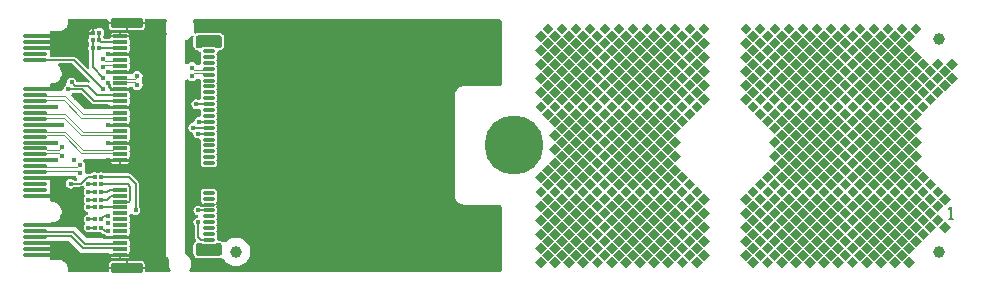
<source format=gtl>
G04*
G04 #@! TF.GenerationSoftware,Altium Limited,Altium Designer,20.1.12 (249)*
G04*
G04 Layer_Physical_Order=1*
G04 Layer_Color=255*
%FSLAX44Y44*%
%MOMM*%
G71*
G04*
G04 #@! TF.SameCoordinates,D2571EE1-FD4D-4DC4-B5C4-F58D1C69BCFF*
G04*
G04*
G04 #@! TF.FilePolarity,Positive*
G04*
G01*
G75*
G04:AMPARAMS|DCode=27|XSize=0.35mm|YSize=0.35mm|CornerRadius=0.0875mm|HoleSize=0mm|Usage=FLASHONLY|Rotation=0.000|XOffset=0mm|YOffset=0mm|HoleType=Round|Shape=RoundedRectangle|*
%AMROUNDEDRECTD27*
21,1,0.3500,0.1750,0,0,0.0*
21,1,0.1750,0.3500,0,0,0.0*
1,1,0.1750,0.0875,-0.0875*
1,1,0.1750,-0.0875,-0.0875*
1,1,0.1750,-0.0875,0.0875*
1,1,0.1750,0.0875,0.0875*
%
%ADD27ROUNDEDRECTD27*%
G04:AMPARAMS|DCode=28|XSize=0.8mm|YSize=2.7mm|CornerRadius=0.1mm|HoleSize=0mm|Usage=FLASHONLY|Rotation=90.000|XOffset=0mm|YOffset=0mm|HoleType=Round|Shape=RoundedRectangle|*
%AMROUNDEDRECTD28*
21,1,0.8000,2.5000,0,0,90.0*
21,1,0.6000,2.7000,0,0,90.0*
1,1,0.2000,1.2500,0.3000*
1,1,0.2000,1.2500,-0.3000*
1,1,0.2000,-1.2500,-0.3000*
1,1,0.2000,-1.2500,0.3000*
%
%ADD28ROUNDEDRECTD28*%
G04:AMPARAMS|DCode=29|XSize=0.3mm|YSize=1.25mm|CornerRadius=0.075mm|HoleSize=0mm|Usage=FLASHONLY|Rotation=90.000|XOffset=0mm|YOffset=0mm|HoleType=Round|Shape=RoundedRectangle|*
%AMROUNDEDRECTD29*
21,1,0.3000,1.1000,0,0,90.0*
21,1,0.1500,1.2500,0,0,90.0*
1,1,0.1500,0.5500,0.0750*
1,1,0.1500,0.5500,-0.0750*
1,1,0.1500,-0.5500,-0.0750*
1,1,0.1500,-0.5500,0.0750*
%
%ADD29ROUNDEDRECTD29*%
G04:AMPARAMS|DCode=30|XSize=0.3mm|YSize=1mm|CornerRadius=0.075mm|HoleSize=0mm|Usage=FLASHONLY|Rotation=90.000|XOffset=0mm|YOffset=0mm|HoleType=Round|Shape=RoundedRectangle|*
%AMROUNDEDRECTD30*
21,1,0.3000,0.8500,0,0,90.0*
21,1,0.1500,1.0000,0,0,90.0*
1,1,0.1500,0.4250,0.0750*
1,1,0.1500,0.4250,-0.0750*
1,1,0.1500,-0.4250,-0.0750*
1,1,0.1500,-0.4250,0.0750*
%
%ADD30ROUNDEDRECTD30*%
%ADD31C,1.0000*%
G04:AMPARAMS|DCode=32|XSize=0.35mm|YSize=2mm|CornerRadius=0.0875mm|HoleSize=0mm|Usage=FLASHONLY|Rotation=270.000|XOffset=0mm|YOffset=0mm|HoleType=Round|Shape=RoundedRectangle|*
%AMROUNDEDRECTD32*
21,1,0.3500,1.8250,0,0,270.0*
21,1,0.1750,2.0000,0,0,270.0*
1,1,0.1750,-0.9125,-0.0875*
1,1,0.1750,-0.9125,0.0875*
1,1,0.1750,0.9125,0.0875*
1,1,0.1750,0.9125,-0.0875*
%
%ADD32ROUNDEDRECTD32*%
%ADD33C,0.2500*%
%ADD34C,0.1400*%
%ADD35C,0.1500*%
%ADD36C,0.1100*%
%ADD37C,0.3500*%
%ADD38C,0.1350*%
%ADD39C,5.0000*%
%ADD40C,0.4500*%
G36*
X126769Y215451D02*
X125809Y213133D01*
X125396Y210000D01*
X125809Y206867D01*
X126786Y204508D01*
X126720Y204384D01*
X126058Y203942D01*
X125616Y203280D01*
X125461Y202500D01*
Y17500D01*
X125616Y16720D01*
X126058Y16058D01*
X126720Y15616D01*
X127329Y15495D01*
X127554Y15368D01*
X128651Y13461D01*
X128244Y12480D01*
X127918Y10000D01*
X128244Y7520D01*
X129202Y5209D01*
X129708Y4549D01*
X128722Y2549D01*
X108330D01*
X107549Y3500D01*
Y5750D01*
X92500D01*
X77451D01*
Y3500D01*
X76670Y2549D01*
X42549D01*
X42549Y5750D01*
X42524Y5874D01*
X42537Y6000D01*
X42440Y6975D01*
X42332Y7334D01*
X42259Y7701D01*
X41512Y9503D01*
X41512Y9503D01*
X40960Y10330D01*
X39580Y11710D01*
X38753Y12262D01*
X36951Y13009D01*
X36583Y13082D01*
X36225Y13190D01*
X35250Y13287D01*
X35124Y13274D01*
X35000Y13299D01*
X27500D01*
Y28733D01*
X43526D01*
X52130Y20129D01*
X53676Y19096D01*
X55500Y18733D01*
X77013D01*
X78956Y18250D01*
Y17635D01*
X82437Y18250D01*
X86140Y17772D01*
X86750Y17814D01*
X87996Y17898D01*
X88704Y18250D01*
X94544D01*
Y18250D01*
X94369Y19128D01*
X94166Y19432D01*
X94233Y19767D01*
X94840Y20677D01*
X95054Y21750D01*
Y23250D01*
X94840Y24323D01*
X94388Y25000D01*
X94840Y25677D01*
X95054Y26750D01*
Y28250D01*
X94840Y29323D01*
X94233Y30233D01*
X94166Y30568D01*
X94369Y30872D01*
X94544Y31750D01*
X88704D01*
X87996Y32101D01*
X86750Y32186D01*
Y33250D01*
X94544D01*
Y33250D01*
X94369Y34128D01*
X94166Y34432D01*
X94233Y34767D01*
X94840Y35677D01*
X95054Y36750D01*
Y38250D01*
X94840Y39323D01*
X94388Y40000D01*
X94840Y40677D01*
X95054Y41750D01*
Y43250D01*
X94840Y44323D01*
X94388Y45000D01*
X94840Y45677D01*
X95054Y46750D01*
Y48250D01*
X94840Y49323D01*
X94583Y49708D01*
X95155Y51709D01*
X95334Y51814D01*
X97054Y52209D01*
X97116Y52116D01*
X98439Y51232D01*
X100000Y50922D01*
X101561Y51232D01*
X102884Y52116D01*
X103768Y53439D01*
X104078Y55000D01*
X103768Y56561D01*
X102884Y57884D01*
X102804Y57937D01*
Y77500D01*
X102590Y78573D01*
X101983Y79483D01*
X95983Y85483D01*
X95073Y86090D01*
X94000Y86304D01*
X73794D01*
X73698Y86448D01*
X72747Y87083D01*
X71625Y87306D01*
X69875D01*
X68753Y87083D01*
X68000Y86580D01*
X67247Y87083D01*
X66125Y87306D01*
X64375D01*
X63253Y87083D01*
X62302Y86448D01*
X62172Y86253D01*
X59500D01*
X59500Y86253D01*
X59089Y86171D01*
X58831Y86215D01*
X57349Y87075D01*
X56950Y87449D01*
X56786Y88275D01*
X56750Y88329D01*
X56750Y91671D01*
X56786Y91725D01*
X57139Y93500D01*
X56786Y95275D01*
X55780Y96780D01*
X55660Y96861D01*
X56266Y98861D01*
X77038D01*
X78956Y98250D01*
Y97609D01*
X83433Y98250D01*
X86156Y97898D01*
X86750Y97939D01*
X87962Y98021D01*
X88423Y98250D01*
X94544D01*
Y98250D01*
X94369Y99128D01*
X94166Y99432D01*
X94233Y99767D01*
X94840Y100677D01*
X95054Y101750D01*
Y103250D01*
X94840Y104323D01*
X94388Y105000D01*
X94840Y105677D01*
X95054Y106750D01*
Y108250D01*
X94840Y109323D01*
X94233Y110233D01*
X94166Y110568D01*
X94369Y110872D01*
X94544Y111750D01*
X88423D01*
X87963Y111978D01*
X86750Y112061D01*
Y112939D01*
X87963Y113021D01*
X88423Y113250D01*
X94544D01*
Y113250D01*
X94369Y114128D01*
X94166Y114432D01*
X94233Y114767D01*
X94840Y115677D01*
X95054Y116750D01*
Y118250D01*
X94840Y119323D01*
X94388Y120000D01*
X94840Y120677D01*
X95054Y121750D01*
Y123250D01*
X94840Y124323D01*
X94233Y125233D01*
X94166Y125568D01*
X94369Y125872D01*
X94544Y126750D01*
X88423D01*
X87963Y126978D01*
X86750Y127061D01*
Y127939D01*
X87963Y128021D01*
X88423Y128250D01*
X94544D01*
Y128250D01*
X94369Y129128D01*
X94166Y129432D01*
X94233Y129767D01*
X94840Y130677D01*
X95054Y131750D01*
Y133250D01*
X94840Y134323D01*
X94388Y135000D01*
X94840Y135677D01*
X95054Y136750D01*
Y138250D01*
X94840Y139323D01*
X94233Y140233D01*
X94166Y140568D01*
X94369Y140872D01*
X94544Y141750D01*
Y141750D01*
X88423D01*
X87963Y141979D01*
X86750Y142061D01*
Y143250D01*
X94544D01*
X94369Y144128D01*
X94166Y144432D01*
X94233Y144767D01*
X94840Y145677D01*
X95054Y146750D01*
Y148250D01*
X94840Y149323D01*
X94388Y150000D01*
X94840Y150677D01*
X95054Y151750D01*
Y153250D01*
X94840Y154323D01*
X94233Y155233D01*
X94166Y155568D01*
X94369Y155872D01*
X94544Y156750D01*
X86750D01*
Y157939D01*
X87344Y157898D01*
X90068Y158250D01*
X94544Y157609D01*
Y158250D01*
X96462Y158861D01*
X97578D01*
X98220Y158220D01*
X99725Y157214D01*
X101500Y156861D01*
X103275Y157214D01*
X104780Y158220D01*
X105786Y159725D01*
X106139Y161500D01*
X105786Y163275D01*
X105750Y163329D01*
X105750Y166670D01*
X105786Y166725D01*
X106139Y168500D01*
X105786Y170275D01*
X104780Y171780D01*
X103275Y172786D01*
X101500Y173139D01*
X99725Y172786D01*
X98220Y171780D01*
X97578Y171139D01*
X96462D01*
X94544Y171750D01*
Y172391D01*
X90068Y171750D01*
X87344Y172102D01*
X86750Y172061D01*
Y172939D01*
X87963Y173022D01*
X88423Y173250D01*
X94544D01*
X94369Y174128D01*
X94166Y174432D01*
X94233Y174767D01*
X94840Y175677D01*
X95054Y176750D01*
Y178250D01*
X94840Y179323D01*
X94388Y180000D01*
X94840Y180677D01*
X95054Y181750D01*
Y183250D01*
X94840Y184323D01*
X94233Y185233D01*
X94166Y185568D01*
X94369Y185872D01*
X94544Y186750D01*
X88423D01*
X87963Y186978D01*
X86750Y187061D01*
Y188250D01*
X94544D01*
Y188250D01*
X94369Y189128D01*
X94166Y189432D01*
X94233Y189767D01*
X94840Y190677D01*
X95054Y191750D01*
Y193250D01*
X94840Y194323D01*
X94388Y195000D01*
X94840Y195677D01*
X95054Y196750D01*
Y198250D01*
X94840Y199323D01*
X94233Y200233D01*
X94166Y200568D01*
X94369Y200872D01*
X94544Y201750D01*
X86750D01*
X78956D01*
X77322Y200253D01*
X72981D01*
X72833Y200997D01*
X72198Y201948D01*
Y202552D01*
X72833Y203503D01*
X73056Y204625D01*
Y206375D01*
X72833Y207497D01*
X72198Y208448D01*
X71247Y209083D01*
X70125Y209306D01*
X68375D01*
X67253Y209083D01*
X66302Y208448D01*
X65914Y208370D01*
X65552Y208612D01*
X64625Y208797D01*
X64500D01*
Y205500D01*
X63750D01*
Y204750D01*
X60454D01*
Y204625D01*
X60638Y203698D01*
X60802Y201948D01*
X60167Y200997D01*
X59944Y199875D01*
Y198125D01*
X60167Y197003D01*
X60679Y195750D01*
X60167Y194497D01*
X59944Y193375D01*
Y191625D01*
X60167Y190503D01*
X60802Y189552D01*
X60946Y189456D01*
Y176250D01*
X61064Y175658D01*
X59383Y174511D01*
X49447Y184447D01*
X48554Y185043D01*
X47500Y185253D01*
X27500D01*
Y206701D01*
X35000D01*
X35124Y206726D01*
X35250Y206713D01*
X36225Y206810D01*
X36584Y206918D01*
X36951Y206991D01*
X38753Y207738D01*
X38753Y207738D01*
X39580Y208290D01*
X40960Y209670D01*
X41512Y210497D01*
X42259Y212299D01*
X42332Y212666D01*
X42440Y213025D01*
X42537Y214000D01*
X42524Y214126D01*
X42549Y214250D01*
Y217451D01*
X75845D01*
X77451Y215451D01*
Y214250D01*
X92500D01*
X107549D01*
Y216500D01*
X108330Y217451D01*
X125804D01*
X126769Y215451D01*
D02*
G37*
G36*
X765998Y209000D02*
X760999Y204000D01*
X755999Y209000D01*
X760999Y214000D01*
X765998Y209000D01*
D02*
G37*
G36*
X753998D02*
X748998Y204000D01*
X743998Y209000D01*
X748998Y214000D01*
X753998Y209000D01*
D02*
G37*
G36*
X741999D02*
X736999Y204000D01*
X731999Y209000D01*
X736999Y214000D01*
X741999Y209000D01*
D02*
G37*
G36*
X729998D02*
X724998Y204000D01*
X719998Y209000D01*
X724998Y214000D01*
X729998Y209000D01*
D02*
G37*
G36*
X717999D02*
X712999Y204000D01*
X707999Y209000D01*
X712999Y214000D01*
X717999Y209000D01*
D02*
G37*
G36*
X705999D02*
X700999Y204000D01*
X695999Y209000D01*
X700999Y214000D01*
X705999Y209000D01*
D02*
G37*
G36*
X693999D02*
X688999Y204000D01*
X683999Y209000D01*
X688999Y214000D01*
X693999Y209000D01*
D02*
G37*
G36*
X681999D02*
X676999Y204000D01*
X671999Y209000D01*
X676999Y214000D01*
X681999Y209000D01*
D02*
G37*
G36*
X669999D02*
X664999Y204000D01*
X659999Y209000D01*
X664999Y214000D01*
X669999Y209000D01*
D02*
G37*
G36*
X657999D02*
X652999Y204000D01*
X647999Y209000D01*
X652999Y214000D01*
X657999Y209000D01*
D02*
G37*
G36*
X645999D02*
X640999Y204000D01*
X635999Y209000D01*
X640999Y214000D01*
X645999Y209000D01*
D02*
G37*
G36*
X633999D02*
X628999Y204000D01*
X623999Y209000D01*
X628999Y214000D01*
X633999Y209000D01*
D02*
G37*
G36*
X621999D02*
X616999Y204000D01*
X611999Y209000D01*
X616999Y214000D01*
X621999Y209000D01*
D02*
G37*
G36*
X585999D02*
X580999Y204000D01*
X575999Y209000D01*
X580999Y214000D01*
X585999Y209000D01*
D02*
G37*
G36*
X573999D02*
X568999Y204000D01*
X563999Y209000D01*
X568999Y214000D01*
X573999Y209000D01*
D02*
G37*
G36*
X561999D02*
X556999Y204000D01*
X551999Y209000D01*
X556999Y214000D01*
X561999Y209000D01*
D02*
G37*
G36*
X549999D02*
X544999Y204000D01*
X539999Y209000D01*
X544999Y214000D01*
X549999Y209000D01*
D02*
G37*
G36*
X537999D02*
X532999Y204000D01*
X527999Y209000D01*
X532999Y214000D01*
X537999Y209000D01*
D02*
G37*
G36*
X525999D02*
X520999Y204000D01*
X515999Y209000D01*
X520999Y214000D01*
X525999Y209000D01*
D02*
G37*
G36*
X513999D02*
X508999Y204000D01*
X503999Y209000D01*
X508999Y214000D01*
X513999Y209000D01*
D02*
G37*
G36*
X501999D02*
X496999Y204000D01*
X491999Y209000D01*
X496999Y214000D01*
X501999Y209000D01*
D02*
G37*
G36*
X489999D02*
X484999Y204000D01*
X479999Y209000D01*
X484999Y214000D01*
X489999Y209000D01*
D02*
G37*
G36*
X477999D02*
X472999Y204000D01*
X467999Y209000D01*
X472999Y214000D01*
X477999Y209000D01*
D02*
G37*
G36*
X465999D02*
X460999Y204000D01*
X455999Y209000D01*
X460999Y214000D01*
X465999Y209000D01*
D02*
G37*
G36*
X453999D02*
X448999Y204000D01*
X443999Y209000D01*
X448999Y214000D01*
X453999Y209000D01*
D02*
G37*
G36*
X170500Y203500D02*
X170997Y203500D01*
X171916Y203119D01*
X172619Y202416D01*
X172829Y201910D01*
X173000Y201001D01*
Y201000D01*
X173000Y201000D01*
X173000Y201000D01*
X173000Y195000D01*
X173000Y194503D01*
X172619Y193584D01*
X171916Y192880D01*
X170997Y192500D01*
X170500Y192500D01*
X168388D01*
X168233Y192733D01*
X167323Y193340D01*
X166250Y193554D01*
X157750D01*
X156677Y193340D01*
X155767Y192733D01*
X155612Y192500D01*
X153500D01*
X153003Y192500D01*
X152084Y192881D01*
X151381Y193584D01*
X151000Y194503D01*
X151000Y195000D01*
X151000Y195000D01*
X151000Y201497D01*
X151381Y202416D01*
X152084Y203119D01*
X153003Y203500D01*
X153500Y203500D01*
Y203500D01*
X170500Y203500D01*
D02*
G37*
G36*
X759998Y203000D02*
X754998Y198000D01*
X749998Y203000D01*
X754998Y208000D01*
X759998Y203000D01*
D02*
G37*
G36*
X747999D02*
X742999Y198000D01*
X737999Y203000D01*
X742999Y208000D01*
X747999Y203000D01*
D02*
G37*
G36*
X735999D02*
X730999Y198000D01*
X725999Y203000D01*
X730999Y208000D01*
X735999Y203000D01*
D02*
G37*
G36*
X723998D02*
X718998Y198000D01*
X713998Y203000D01*
X718998Y208000D01*
X723998Y203000D01*
D02*
G37*
G36*
X711999D02*
X706999Y198000D01*
X701999Y203000D01*
X706999Y208000D01*
X711999Y203000D01*
D02*
G37*
G36*
X699999D02*
X694999Y198000D01*
X689999Y203000D01*
X694999Y208000D01*
X699999Y203000D01*
D02*
G37*
G36*
X687999D02*
X682999Y198000D01*
X677999Y203000D01*
X682999Y208000D01*
X687999Y203000D01*
D02*
G37*
G36*
X675999D02*
X670999Y198000D01*
X665999Y203000D01*
X670999Y208000D01*
X675999Y203000D01*
D02*
G37*
G36*
X663999D02*
X658999Y198000D01*
X653999Y203000D01*
X658999Y208000D01*
X663999Y203000D01*
D02*
G37*
G36*
X651999D02*
X646999Y198000D01*
X641999Y203000D01*
X646999Y208000D01*
X651999Y203000D01*
D02*
G37*
G36*
X639999D02*
X634999Y198000D01*
X629999Y203000D01*
X634999Y208000D01*
X639999Y203000D01*
D02*
G37*
G36*
X627999D02*
X622999Y198000D01*
X617999Y203000D01*
X622999Y208000D01*
X627999Y203000D01*
D02*
G37*
G36*
X579999D02*
X574999Y198000D01*
X569999Y203000D01*
X574999Y208000D01*
X579999Y203000D01*
D02*
G37*
G36*
X567999D02*
X562999Y198000D01*
X557999Y203000D01*
X562999Y208000D01*
X567999Y203000D01*
D02*
G37*
G36*
X555999D02*
X550999Y198000D01*
X545999Y203000D01*
X550999Y208000D01*
X555999Y203000D01*
D02*
G37*
G36*
X543999D02*
X538999Y198000D01*
X533999Y203000D01*
X538999Y208000D01*
X543999Y203000D01*
D02*
G37*
G36*
X531999D02*
X526999Y198000D01*
X521999Y203000D01*
X526999Y208000D01*
X531999Y203000D01*
D02*
G37*
G36*
X519999D02*
X514999Y198000D01*
X509999Y203000D01*
X514999Y208000D01*
X519999Y203000D01*
D02*
G37*
G36*
X507999D02*
X502999Y198000D01*
X497999Y203000D01*
X502999Y208000D01*
X507999Y203000D01*
D02*
G37*
G36*
X495999D02*
X490999Y198000D01*
X485999Y203000D01*
X490999Y208000D01*
X495999Y203000D01*
D02*
G37*
G36*
X483999D02*
X478999Y198000D01*
X473999Y203000D01*
X478999Y208000D01*
X483999Y203000D01*
D02*
G37*
G36*
X471999D02*
X466999Y198000D01*
X461999Y203000D01*
X466999Y208000D01*
X471999Y203000D01*
D02*
G37*
G36*
X459999D02*
X454999Y198000D01*
X449999Y203000D01*
X454999Y208000D01*
X459999Y203000D01*
D02*
G37*
G36*
X447999D02*
X442999Y198000D01*
X437999Y203000D01*
X442999Y208000D01*
X447999Y203000D01*
D02*
G37*
G36*
X753998Y197000D02*
X748998Y192000D01*
X743998Y197000D01*
X748998Y202000D01*
X753998Y197000D01*
D02*
G37*
G36*
X741999D02*
X736999Y192000D01*
X731999Y197000D01*
X736999Y202000D01*
X741999Y197000D01*
D02*
G37*
G36*
X729998D02*
X724998Y192000D01*
X719998Y197000D01*
X724998Y202000D01*
X729998Y197000D01*
D02*
G37*
G36*
X717999D02*
X712999Y192000D01*
X707999Y197000D01*
X712999Y202000D01*
X717999Y197000D01*
D02*
G37*
G36*
X705999D02*
X700999Y192000D01*
X695999Y197000D01*
X700999Y202000D01*
X705999Y197000D01*
D02*
G37*
G36*
X693999D02*
X688999Y192000D01*
X683999Y197000D01*
X688999Y202000D01*
X693999Y197000D01*
D02*
G37*
G36*
X681999D02*
X676999Y192000D01*
X671999Y197000D01*
X676999Y202000D01*
X681999Y197000D01*
D02*
G37*
G36*
X669999D02*
X664999Y192000D01*
X659999Y197000D01*
X664999Y202000D01*
X669999Y197000D01*
D02*
G37*
G36*
X657999D02*
X652999Y192000D01*
X647999Y197000D01*
X652999Y202000D01*
X657999Y197000D01*
D02*
G37*
G36*
X645999D02*
X640999Y192000D01*
X635999Y197000D01*
X640999Y202000D01*
X645999Y197000D01*
D02*
G37*
G36*
X633999D02*
X628999Y192000D01*
X623999Y197000D01*
X628999Y202000D01*
X633999Y197000D01*
D02*
G37*
G36*
X621999D02*
X616999Y192000D01*
X611999Y197000D01*
X616999Y202000D01*
X621999Y197000D01*
D02*
G37*
G36*
X585999D02*
X580999Y192000D01*
X575999Y197000D01*
X580999Y202000D01*
X585999Y197000D01*
D02*
G37*
G36*
X573999D02*
X568999Y192000D01*
X563999Y197000D01*
X568999Y202000D01*
X573999Y197000D01*
D02*
G37*
G36*
X561999D02*
X556999Y192000D01*
X551999Y197000D01*
X556999Y202000D01*
X561999Y197000D01*
D02*
G37*
G36*
X549999D02*
X544999Y192000D01*
X539999Y197000D01*
X544999Y202000D01*
X549999Y197000D01*
D02*
G37*
G36*
X537999D02*
X532999Y192000D01*
X527999Y197000D01*
X532999Y202000D01*
X537999Y197000D01*
D02*
G37*
G36*
X525999D02*
X520999Y192000D01*
X515999Y197000D01*
X520999Y202000D01*
X525999Y197000D01*
D02*
G37*
G36*
X513999D02*
X508999Y192000D01*
X503999Y197000D01*
X508999Y202000D01*
X513999Y197000D01*
D02*
G37*
G36*
X501999D02*
X496999Y192000D01*
X491999Y197000D01*
X496999Y202000D01*
X501999Y197000D01*
D02*
G37*
G36*
X489999D02*
X484999Y192000D01*
X479999Y197000D01*
X484999Y202000D01*
X489999Y197000D01*
D02*
G37*
G36*
X477999D02*
X472999Y192000D01*
X467999Y197000D01*
X472999Y202000D01*
X477999Y197000D01*
D02*
G37*
G36*
X465999D02*
X460999Y192000D01*
X455999Y197000D01*
X460999Y202000D01*
X465999Y197000D01*
D02*
G37*
G36*
X453999D02*
X448999Y192000D01*
X443999Y197000D01*
X448999Y202000D01*
X453999Y197000D01*
D02*
G37*
G36*
X408916Y217120D02*
X409619Y216416D01*
X410000Y215497D01*
X410000Y215000D01*
X410000Y162500D01*
X410000Y162500D01*
Y162003D01*
X409619Y161084D01*
X408916Y160381D01*
X407997Y160000D01*
X377500D01*
X377500Y160000D01*
X376765Y159964D01*
X375323Y159677D01*
X373965Y159114D01*
X372742Y158298D01*
X371702Y157258D01*
X370886Y156035D01*
X370323Y154677D01*
X370036Y153235D01*
X370000Y152500D01*
Y67500D01*
X370000Y67500D01*
X370036Y66764D01*
X370323Y65322D01*
X370886Y63964D01*
X371702Y62742D01*
X372742Y61702D01*
X373965Y60885D01*
X375323Y60323D01*
X376765Y60036D01*
X377500Y60000D01*
X405648D01*
X407500Y59999D01*
D01*
X409320Y59215D01*
X409619Y58916D01*
X410000Y57997D01*
X410000Y57500D01*
X410000Y5000D01*
X410000Y5000D01*
X410000Y4503D01*
X409619Y3584D01*
X408916Y2881D01*
X408115Y2549D01*
X146278D01*
X145292Y4549D01*
X145798Y5209D01*
X146756Y7520D01*
X147082Y10000D01*
X146756Y12480D01*
X145798Y14791D01*
X144276Y16775D01*
X142291Y18298D01*
X142039Y18403D01*
Y165757D01*
X144039Y166364D01*
X144470Y165720D01*
X145975Y164714D01*
X147750Y164361D01*
X149525Y164714D01*
X151030Y165720D01*
X151672Y166361D01*
X153028D01*
X154946Y165750D01*
Y164250D01*
X155160Y163177D01*
X155612Y162500D01*
X155160Y161823D01*
X154946Y160750D01*
Y159250D01*
X155160Y158177D01*
X155612Y157500D01*
X155160Y156823D01*
X154946Y155750D01*
Y154250D01*
X155160Y153177D01*
X155612Y152500D01*
X155160Y151823D01*
X154946Y150750D01*
Y149746D01*
X153821Y148879D01*
X153032Y148620D01*
X152811Y148768D01*
X151250Y149078D01*
X149689Y148768D01*
X148366Y147884D01*
X147482Y146561D01*
X147172Y145000D01*
X147482Y143439D01*
X148366Y142116D01*
X149689Y141232D01*
X151250Y140922D01*
X152811Y141232D01*
X153032Y141380D01*
X153821Y141121D01*
X154946Y140254D01*
Y139250D01*
X155160Y138177D01*
X155612Y137500D01*
X155160Y136823D01*
X154946Y135750D01*
X153750Y134078D01*
X152189Y133768D01*
X150866Y132884D01*
X149982Y131561D01*
X149850Y130899D01*
X149097Y129653D01*
X147851Y128900D01*
X147189Y128768D01*
X145866Y127884D01*
X144982Y126561D01*
X144671Y125000D01*
X144982Y123439D01*
X145866Y122116D01*
X147189Y121232D01*
X148750Y120922D01*
X148925Y120015D01*
X148922Y120000D01*
X149232Y118439D01*
X150116Y117116D01*
X151439Y116232D01*
X153000Y115922D01*
X153019Y115925D01*
X154946Y114270D01*
Y114250D01*
X155160Y113177D01*
X155612Y112500D01*
X155160Y111823D01*
X154946Y110750D01*
Y109250D01*
X155160Y108177D01*
X155612Y107500D01*
X155160Y106823D01*
X154946Y105750D01*
Y104250D01*
X155160Y103177D01*
X155612Y102500D01*
X155160Y101823D01*
X154946Y100750D01*
Y99250D01*
X155160Y98177D01*
X155612Y97500D01*
X155160Y96823D01*
X154946Y95750D01*
Y94250D01*
X155160Y93177D01*
X155767Y92267D01*
X156677Y91660D01*
X157750Y91446D01*
X166250D01*
X167323Y91660D01*
X168233Y92267D01*
X168840Y93177D01*
X169054Y94250D01*
Y95750D01*
X168840Y96823D01*
X168388Y97500D01*
X168840Y98177D01*
X169054Y99250D01*
Y100750D01*
X168840Y101823D01*
X168388Y102500D01*
X168840Y103177D01*
X169054Y104250D01*
Y105750D01*
X168840Y106823D01*
X168388Y107500D01*
X168840Y108177D01*
X169054Y109250D01*
Y110750D01*
X168840Y111823D01*
X168388Y112500D01*
X168840Y113177D01*
X169054Y114250D01*
Y115750D01*
X168840Y116823D01*
X168388Y117500D01*
X168840Y118177D01*
X169054Y119250D01*
Y120750D01*
X168840Y121823D01*
X168388Y122500D01*
X168840Y123177D01*
X169054Y124250D01*
Y125750D01*
X168840Y126823D01*
X168388Y127500D01*
X168840Y128177D01*
X169054Y129250D01*
Y130750D01*
X168840Y131823D01*
X168388Y132500D01*
X168840Y133177D01*
X169054Y134250D01*
Y135750D01*
X168840Y136823D01*
X168388Y137500D01*
X168840Y138177D01*
X169054Y139250D01*
Y140750D01*
X168840Y141823D01*
X168388Y142500D01*
X168840Y143177D01*
X169054Y144250D01*
Y145750D01*
X168840Y146823D01*
X168388Y147500D01*
X168840Y148177D01*
X169054Y149250D01*
Y150750D01*
X168840Y151823D01*
X168388Y152500D01*
X168840Y153177D01*
X169054Y154250D01*
Y155750D01*
X168840Y156823D01*
X168388Y157500D01*
X168840Y158177D01*
X169054Y159250D01*
Y160750D01*
X168840Y161823D01*
X168388Y162500D01*
X168840Y163177D01*
X169054Y164250D01*
Y165750D01*
X168840Y166823D01*
X168388Y167500D01*
X168840Y168177D01*
X169054Y169250D01*
Y170750D01*
X168840Y171823D01*
X168388Y172500D01*
X168840Y173177D01*
X169054Y174250D01*
Y175750D01*
X168840Y176823D01*
X168388Y177500D01*
X168840Y178177D01*
X169054Y179250D01*
Y180750D01*
X168840Y181823D01*
X168388Y182500D01*
X168840Y183177D01*
X169054Y184250D01*
Y185750D01*
X168840Y186823D01*
X168446Y187413D01*
X168567Y187768D01*
X168840Y188177D01*
X169030Y189131D01*
X169075Y189263D01*
X170997Y190461D01*
X170997D01*
X171777Y190616D01*
X171777Y190616D01*
X172696Y190996D01*
X173358Y191439D01*
X174061Y192142D01*
X174503Y192803D01*
X174884Y193722D01*
X174884Y193722D01*
X174884Y193722D01*
X175039Y194503D01*
X175039Y194503D01*
X175039Y194503D01*
X175039Y195000D01*
X175039Y201000D01*
X175039Y201001D01*
Y201001D01*
X175002Y201188D01*
X175004Y201378D01*
X174833Y202287D01*
X174754Y202483D01*
X174713Y202691D01*
X174503Y203196D01*
X174503Y203196D01*
X174061Y203858D01*
X173358Y204561D01*
X172697Y205003D01*
X171778Y205384D01*
X171777Y205384D01*
X171288Y205481D01*
X170997Y205539D01*
X170997Y205539D01*
X170997Y205539D01*
X170500Y205539D01*
X153500Y205539D01*
X153500Y205539D01*
X153003Y205539D01*
X152222Y205384D01*
X152222Y205384D01*
X151304Y205003D01*
X150642Y204561D01*
X150426Y204622D01*
X149191Y206867D01*
X149604Y210000D01*
X149191Y213133D01*
X148231Y215451D01*
X149196Y217451D01*
X408115D01*
X408916Y217120D01*
D02*
G37*
G36*
X759998Y191000D02*
X754998Y186000D01*
X749998Y191000D01*
X754998Y196000D01*
X759998Y191000D01*
D02*
G37*
G36*
X747999D02*
X742999Y186000D01*
X737999Y191000D01*
X742999Y196000D01*
X747999Y191000D01*
D02*
G37*
G36*
X735999D02*
X730999Y186000D01*
X725999Y191000D01*
X730999Y196000D01*
X735999Y191000D01*
D02*
G37*
G36*
X723998D02*
X718998Y186000D01*
X713998Y191000D01*
X718998Y196000D01*
X723998Y191000D01*
D02*
G37*
G36*
X711999D02*
X706999Y186000D01*
X701999Y191000D01*
X706999Y196000D01*
X711999Y191000D01*
D02*
G37*
G36*
X699999D02*
X694999Y186000D01*
X689999Y191000D01*
X694999Y196000D01*
X699999Y191000D01*
D02*
G37*
G36*
X687999D02*
X682999Y186000D01*
X677999Y191000D01*
X682999Y196000D01*
X687999Y191000D01*
D02*
G37*
G36*
X675999D02*
X670999Y186000D01*
X665999Y191000D01*
X670999Y196000D01*
X675999Y191000D01*
D02*
G37*
G36*
X663999D02*
X658999Y186000D01*
X653999Y191000D01*
X658999Y196000D01*
X663999Y191000D01*
D02*
G37*
G36*
X651999D02*
X646999Y186000D01*
X641999Y191000D01*
X646999Y196000D01*
X651999Y191000D01*
D02*
G37*
G36*
X639999D02*
X634999Y186000D01*
X629999Y191000D01*
X634999Y196000D01*
X639999Y191000D01*
D02*
G37*
G36*
X627999D02*
X622999Y186000D01*
X617999Y191000D01*
X622999Y196000D01*
X627999Y191000D01*
D02*
G37*
G36*
X579999D02*
X574999Y186000D01*
X569999Y191000D01*
X574999Y196000D01*
X579999Y191000D01*
D02*
G37*
G36*
X567999D02*
X562999Y186000D01*
X557999Y191000D01*
X562999Y196000D01*
X567999Y191000D01*
D02*
G37*
G36*
X555999D02*
X550999Y186000D01*
X545999Y191000D01*
X550999Y196000D01*
X555999Y191000D01*
D02*
G37*
G36*
X543999D02*
X538999Y186000D01*
X533999Y191000D01*
X538999Y196000D01*
X543999Y191000D01*
D02*
G37*
G36*
X531999D02*
X526999Y186000D01*
X521999Y191000D01*
X526999Y196000D01*
X531999Y191000D01*
D02*
G37*
G36*
X519999D02*
X514999Y186000D01*
X509999Y191000D01*
X514999Y196000D01*
X519999Y191000D01*
D02*
G37*
G36*
X507999D02*
X502999Y186000D01*
X497999Y191000D01*
X502999Y196000D01*
X507999Y191000D01*
D02*
G37*
G36*
X495999D02*
X490999Y186000D01*
X485999Y191000D01*
X490999Y196000D01*
X495999Y191000D01*
D02*
G37*
G36*
X483999D02*
X478999Y186000D01*
X473999Y191000D01*
X478999Y196000D01*
X483999Y191000D01*
D02*
G37*
G36*
X471999D02*
X466999Y186000D01*
X461999Y191000D01*
X466999Y196000D01*
X471999Y191000D01*
D02*
G37*
G36*
X459999D02*
X454999Y186000D01*
X449999Y191000D01*
X454999Y196000D01*
X459999Y191000D01*
D02*
G37*
G36*
X447999D02*
X442999Y186000D01*
X437999Y191000D01*
X442999Y196000D01*
X447999Y191000D01*
D02*
G37*
G36*
X765998Y185000D02*
X760999Y180000D01*
X755999Y185000D01*
X760999Y190000D01*
X765998Y185000D01*
D02*
G37*
G36*
X753998D02*
X748998Y180000D01*
X743998Y185000D01*
X748998Y190000D01*
X753998Y185000D01*
D02*
G37*
G36*
X741999D02*
X736999Y180000D01*
X731999Y185000D01*
X736999Y190000D01*
X741999Y185000D01*
D02*
G37*
G36*
X729998D02*
X724998Y180000D01*
X719998Y185000D01*
X724998Y190000D01*
X729998Y185000D01*
D02*
G37*
G36*
X717999D02*
X712999Y180000D01*
X707999Y185000D01*
X712999Y190000D01*
X717999Y185000D01*
D02*
G37*
G36*
X705999D02*
X700999Y180000D01*
X695999Y185000D01*
X700999Y190000D01*
X705999Y185000D01*
D02*
G37*
G36*
X693999D02*
X688999Y180000D01*
X683999Y185000D01*
X688999Y190000D01*
X693999Y185000D01*
D02*
G37*
G36*
X681999D02*
X676999Y180000D01*
X671999Y185000D01*
X676999Y190000D01*
X681999Y185000D01*
D02*
G37*
G36*
X669999D02*
X664999Y180000D01*
X659999Y185000D01*
X664999Y190000D01*
X669999Y185000D01*
D02*
G37*
G36*
X657999D02*
X652999Y180000D01*
X647999Y185000D01*
X652999Y190000D01*
X657999Y185000D01*
D02*
G37*
G36*
X645999D02*
X640999Y180000D01*
X635999Y185000D01*
X640999Y190000D01*
X645999Y185000D01*
D02*
G37*
G36*
X633999D02*
X628999Y180000D01*
X623999Y185000D01*
X628999Y190000D01*
X633999Y185000D01*
D02*
G37*
G36*
X621999D02*
X616999Y180000D01*
X611999Y185000D01*
X616999Y190000D01*
X621999Y185000D01*
D02*
G37*
G36*
X585999D02*
X580999Y180000D01*
X575999Y185000D01*
X580999Y190000D01*
X585999Y185000D01*
D02*
G37*
G36*
X573999D02*
X568999Y180000D01*
X563999Y185000D01*
X568999Y190000D01*
X573999Y185000D01*
D02*
G37*
G36*
X561999D02*
X556999Y180000D01*
X551999Y185000D01*
X556999Y190000D01*
X561999Y185000D01*
D02*
G37*
G36*
X549999D02*
X544999Y180000D01*
X539999Y185000D01*
X544999Y190000D01*
X549999Y185000D01*
D02*
G37*
G36*
X537999D02*
X532999Y180000D01*
X527999Y185000D01*
X532999Y190000D01*
X537999Y185000D01*
D02*
G37*
G36*
X525999D02*
X520999Y180000D01*
X515999Y185000D01*
X520999Y190000D01*
X525999Y185000D01*
D02*
G37*
G36*
X513999D02*
X508999Y180000D01*
X503999Y185000D01*
X508999Y190000D01*
X513999Y185000D01*
D02*
G37*
G36*
X501999D02*
X496999Y180000D01*
X491999Y185000D01*
X496999Y190000D01*
X501999Y185000D01*
D02*
G37*
G36*
X489999D02*
X484999Y180000D01*
X479999Y185000D01*
X484999Y190000D01*
X489999Y185000D01*
D02*
G37*
G36*
X477999D02*
X472999Y180000D01*
X467999Y185000D01*
X472999Y190000D01*
X477999Y185000D01*
D02*
G37*
G36*
X465999D02*
X460999Y180000D01*
X455999Y185000D01*
X460999Y190000D01*
X465999Y185000D01*
D02*
G37*
G36*
X453999D02*
X448999Y180000D01*
X443999Y185000D01*
X448999Y190000D01*
X453999Y185000D01*
D02*
G37*
G36*
X149116Y202278D02*
X148961Y201497D01*
X148961Y195000D01*
X148961Y195000D01*
X148961Y194503D01*
X149116Y193722D01*
X149116Y193722D01*
X149497Y192803D01*
X149939Y192142D01*
X149939Y192142D01*
X150642Y191439D01*
X151304Y190997D01*
X152222Y190616D01*
X153003Y190461D01*
X153003D01*
X154925Y189263D01*
X154970Y189131D01*
X155160Y188177D01*
X155433Y187768D01*
X155554Y187413D01*
X155160Y186823D01*
X154946Y185750D01*
Y184250D01*
X155160Y183177D01*
X155612Y182500D01*
X155160Y181823D01*
X154946Y180750D01*
Y179250D01*
X153028Y178639D01*
X151672D01*
X151030Y179280D01*
X149525Y180286D01*
X147750Y180639D01*
X145975Y180286D01*
X144470Y179280D01*
X144039Y178636D01*
X142039Y179243D01*
Y198892D01*
X143552Y199518D01*
X146059Y201441D01*
X147268Y203018D01*
X149116Y202278D01*
D02*
G37*
G36*
X795998Y179000D02*
X790998Y174000D01*
X785998Y179000D01*
X790998Y184000D01*
X795998Y179000D01*
D02*
G37*
G36*
X783998D02*
X778998Y174000D01*
X773998Y179000D01*
X778998Y184000D01*
X783998Y179000D01*
D02*
G37*
G36*
X771998D02*
X766998Y174000D01*
X761999Y179000D01*
X766998Y184000D01*
X771998Y179000D01*
D02*
G37*
G36*
X759998D02*
X754998Y174000D01*
X749998Y179000D01*
X754998Y184000D01*
X759998Y179000D01*
D02*
G37*
G36*
X747999D02*
X742999Y174000D01*
X737999Y179000D01*
X742999Y184000D01*
X747999Y179000D01*
D02*
G37*
G36*
X735999D02*
X730999Y174000D01*
X725999Y179000D01*
X730999Y184000D01*
X735999Y179000D01*
D02*
G37*
G36*
X723998D02*
X718998Y174000D01*
X713998Y179000D01*
X718998Y184000D01*
X723998Y179000D01*
D02*
G37*
G36*
X711999D02*
X706999Y174000D01*
X701999Y179000D01*
X706999Y184000D01*
X711999Y179000D01*
D02*
G37*
G36*
X699999D02*
X694999Y174000D01*
X689999Y179000D01*
X694999Y184000D01*
X699999Y179000D01*
D02*
G37*
G36*
X687999D02*
X682999Y174000D01*
X677999Y179000D01*
X682999Y184000D01*
X687999Y179000D01*
D02*
G37*
G36*
X675999D02*
X670999Y174000D01*
X665999Y179000D01*
X670999Y184000D01*
X675999Y179000D01*
D02*
G37*
G36*
X663999D02*
X658999Y174000D01*
X653999Y179000D01*
X658999Y184000D01*
X663999Y179000D01*
D02*
G37*
G36*
X651999D02*
X646999Y174000D01*
X641999Y179000D01*
X646999Y184000D01*
X651999Y179000D01*
D02*
G37*
G36*
X639999D02*
X634999Y174000D01*
X629999Y179000D01*
X634999Y184000D01*
X639999Y179000D01*
D02*
G37*
G36*
X627999D02*
X622999Y174000D01*
X617999Y179000D01*
X622999Y184000D01*
X627999Y179000D01*
D02*
G37*
G36*
X579999D02*
X574999Y174000D01*
X569999Y179000D01*
X574999Y184000D01*
X579999Y179000D01*
D02*
G37*
G36*
X567999D02*
X562999Y174000D01*
X557999Y179000D01*
X562999Y184000D01*
X567999Y179000D01*
D02*
G37*
G36*
X555999D02*
X550999Y174000D01*
X545999Y179000D01*
X550999Y184000D01*
X555999Y179000D01*
D02*
G37*
G36*
X543999D02*
X538999Y174000D01*
X533999Y179000D01*
X538999Y184000D01*
X543999Y179000D01*
D02*
G37*
G36*
X531999D02*
X526999Y174000D01*
X521999Y179000D01*
X526999Y184000D01*
X531999Y179000D01*
D02*
G37*
G36*
X519999D02*
X514999Y174000D01*
X509999Y179000D01*
X514999Y184000D01*
X519999Y179000D01*
D02*
G37*
G36*
X507999D02*
X502999Y174000D01*
X497999Y179000D01*
X502999Y184000D01*
X507999Y179000D01*
D02*
G37*
G36*
X495999D02*
X490999Y174000D01*
X485999Y179000D01*
X490999Y184000D01*
X495999Y179000D01*
D02*
G37*
G36*
X483999D02*
X478999Y174000D01*
X473999Y179000D01*
X478999Y184000D01*
X483999Y179000D01*
D02*
G37*
G36*
X471999D02*
X466999Y174000D01*
X461999Y179000D01*
X466999Y184000D01*
X471999Y179000D01*
D02*
G37*
G36*
X459999D02*
X454999Y174000D01*
X449999Y179000D01*
X454999Y184000D01*
X459999Y179000D01*
D02*
G37*
G36*
X447999D02*
X442999Y174000D01*
X437999Y179000D01*
X442999Y184000D01*
X447999Y179000D01*
D02*
G37*
G36*
X789998Y173000D02*
X784998Y168000D01*
X779998Y173000D01*
X784998Y178000D01*
X789998Y173000D01*
D02*
G37*
G36*
X777998D02*
X772998Y168000D01*
X767998Y173000D01*
X772998Y178000D01*
X777998Y173000D01*
D02*
G37*
G36*
X765998D02*
X760999Y168000D01*
X755999Y173000D01*
X760999Y178000D01*
X765998Y173000D01*
D02*
G37*
G36*
X753998D02*
X748998Y168000D01*
X743998Y173000D01*
X748998Y178000D01*
X753998Y173000D01*
D02*
G37*
G36*
X741999D02*
X736999Y168000D01*
X731999Y173000D01*
X736999Y178000D01*
X741999Y173000D01*
D02*
G37*
G36*
X729998D02*
X724998Y168000D01*
X719998Y173000D01*
X724998Y178000D01*
X729998Y173000D01*
D02*
G37*
G36*
X717999D02*
X712999Y168000D01*
X707999Y173000D01*
X712999Y178000D01*
X717999Y173000D01*
D02*
G37*
G36*
X705999D02*
X700999Y168000D01*
X695999Y173000D01*
X700999Y178000D01*
X705999Y173000D01*
D02*
G37*
G36*
X693999D02*
X688999Y168000D01*
X683999Y173000D01*
X688999Y178000D01*
X693999Y173000D01*
D02*
G37*
G36*
X681999D02*
X676999Y168000D01*
X671999Y173000D01*
X676999Y178000D01*
X681999Y173000D01*
D02*
G37*
G36*
X669999D02*
X664999Y168000D01*
X659999Y173000D01*
X664999Y178000D01*
X669999Y173000D01*
D02*
G37*
G36*
X657999D02*
X652999Y168000D01*
X647999Y173000D01*
X652999Y178000D01*
X657999Y173000D01*
D02*
G37*
G36*
X645999D02*
X640999Y168000D01*
X635999Y173000D01*
X640999Y178000D01*
X645999Y173000D01*
D02*
G37*
G36*
X633999D02*
X628999Y168000D01*
X623999Y173000D01*
X628999Y178000D01*
X633999Y173000D01*
D02*
G37*
G36*
X621999D02*
X616999Y168000D01*
X611999Y173000D01*
X616999Y178000D01*
X621999Y173000D01*
D02*
G37*
G36*
X585999D02*
X580999Y168000D01*
X575999Y173000D01*
X580999Y178000D01*
X585999Y173000D01*
D02*
G37*
G36*
X573999D02*
X568999Y168000D01*
X563999Y173000D01*
X568999Y178000D01*
X573999Y173000D01*
D02*
G37*
G36*
X561999D02*
X556999Y168000D01*
X551999Y173000D01*
X556999Y178000D01*
X561999Y173000D01*
D02*
G37*
G36*
X549999D02*
X544999Y168000D01*
X539999Y173000D01*
X544999Y178000D01*
X549999Y173000D01*
D02*
G37*
G36*
X537999D02*
X532999Y168000D01*
X527999Y173000D01*
X532999Y178000D01*
X537999Y173000D01*
D02*
G37*
G36*
X525999D02*
X520999Y168000D01*
X515999Y173000D01*
X520999Y178000D01*
X525999Y173000D01*
D02*
G37*
G36*
X513999D02*
X508999Y168000D01*
X503999Y173000D01*
X508999Y178000D01*
X513999Y173000D01*
D02*
G37*
G36*
X501999D02*
X496999Y168000D01*
X491999Y173000D01*
X496999Y178000D01*
X501999Y173000D01*
D02*
G37*
G36*
X489999D02*
X484999Y168000D01*
X479999Y173000D01*
X484999Y178000D01*
X489999Y173000D01*
D02*
G37*
G36*
X477999D02*
X472999Y168000D01*
X467999Y173000D01*
X472999Y178000D01*
X477999Y173000D01*
D02*
G37*
G36*
X465999D02*
X460999Y168000D01*
X455999Y173000D01*
X460999Y178000D01*
X465999Y173000D01*
D02*
G37*
G36*
X453999D02*
X448999Y168000D01*
X443999Y173000D01*
X448999Y178000D01*
X453999Y173000D01*
D02*
G37*
G36*
X61256Y164850D02*
X61060Y164417D01*
X60078Y163201D01*
X59422Y163331D01*
X50121D01*
X49798Y163654D01*
X49518Y165061D01*
X48634Y166384D01*
X47311Y167268D01*
X45750Y167578D01*
X44189Y167268D01*
X42866Y166384D01*
X41982Y165061D01*
X41672Y163500D01*
X41700Y163359D01*
X41439Y161268D01*
X40116Y160384D01*
X39232Y159061D01*
X38922Y157500D01*
X37805Y156139D01*
X27685D01*
X27500Y156154D01*
Y161714D01*
X29250Y162713D01*
X30420Y162829D01*
X30779Y162937D01*
X31146Y163010D01*
X33309Y163906D01*
X34136Y164459D01*
X35791Y166114D01*
X36344Y166941D01*
X37239Y169104D01*
X37434Y170079D01*
X37434Y172421D01*
X37239Y173396D01*
X36344Y175559D01*
X35791Y176386D01*
X35791Y176386D01*
X34430Y177747D01*
X34673Y178916D01*
X35182Y179747D01*
X46360D01*
X61256Y164850D01*
D02*
G37*
G36*
X795998Y167000D02*
X790998Y162000D01*
X785998Y167000D01*
X790998Y172000D01*
X795998Y167000D01*
D02*
G37*
G36*
X783998D02*
X778998Y162000D01*
X773998Y167000D01*
X778998Y172000D01*
X783998Y167000D01*
D02*
G37*
G36*
X771998D02*
X766998Y162000D01*
X761999Y167000D01*
X766998Y172000D01*
X771998Y167000D01*
D02*
G37*
G36*
X759998D02*
X754998Y162000D01*
X749998Y167000D01*
X754998Y172000D01*
X759998Y167000D01*
D02*
G37*
G36*
X747999D02*
X742999Y162000D01*
X737999Y167000D01*
X742999Y172000D01*
X747999Y167000D01*
D02*
G37*
G36*
X735999D02*
X730999Y162000D01*
X725999Y167000D01*
X730999Y172000D01*
X735999Y167000D01*
D02*
G37*
G36*
X723998D02*
X718998Y162000D01*
X713998Y167000D01*
X718998Y172000D01*
X723998Y167000D01*
D02*
G37*
G36*
X711999D02*
X706999Y162000D01*
X701999Y167000D01*
X706999Y172000D01*
X711999Y167000D01*
D02*
G37*
G36*
X699999D02*
X694999Y162000D01*
X689999Y167000D01*
X694999Y172000D01*
X699999Y167000D01*
D02*
G37*
G36*
X687999D02*
X682999Y162000D01*
X677999Y167000D01*
X682999Y172000D01*
X687999Y167000D01*
D02*
G37*
G36*
X675999D02*
X670999Y162000D01*
X665999Y167000D01*
X670999Y172000D01*
X675999Y167000D01*
D02*
G37*
G36*
X663999D02*
X658999Y162000D01*
X653999Y167000D01*
X658999Y172000D01*
X663999Y167000D01*
D02*
G37*
G36*
X651999D02*
X646999Y162000D01*
X641999Y167000D01*
X646999Y172000D01*
X651999Y167000D01*
D02*
G37*
G36*
X639999D02*
X634999Y162000D01*
X629999Y167000D01*
X634999Y172000D01*
X639999Y167000D01*
D02*
G37*
G36*
X627999D02*
X622999Y162000D01*
X617999Y167000D01*
X622999Y172000D01*
X627999Y167000D01*
D02*
G37*
G36*
X579999D02*
X574999Y162000D01*
X569999Y167000D01*
X574999Y172000D01*
X579999Y167000D01*
D02*
G37*
G36*
X567999D02*
X562999Y162000D01*
X557999Y167000D01*
X562999Y172000D01*
X567999Y167000D01*
D02*
G37*
G36*
X555999D02*
X550999Y162000D01*
X545999Y167000D01*
X550999Y172000D01*
X555999Y167000D01*
D02*
G37*
G36*
X543999D02*
X538999Y162000D01*
X533999Y167000D01*
X538999Y172000D01*
X543999Y167000D01*
D02*
G37*
G36*
X531999D02*
X526999Y162000D01*
X521999Y167000D01*
X526999Y172000D01*
X531999Y167000D01*
D02*
G37*
G36*
X519999D02*
X514999Y162000D01*
X509999Y167000D01*
X514999Y172000D01*
X519999Y167000D01*
D02*
G37*
G36*
X507999D02*
X502999Y162000D01*
X497999Y167000D01*
X502999Y172000D01*
X507999Y167000D01*
D02*
G37*
G36*
X495999D02*
X490999Y162000D01*
X485999Y167000D01*
X490999Y172000D01*
X495999Y167000D01*
D02*
G37*
G36*
X483999D02*
X478999Y162000D01*
X473999Y167000D01*
X478999Y172000D01*
X483999Y167000D01*
D02*
G37*
G36*
X471999D02*
X466999Y162000D01*
X461999Y167000D01*
X466999Y172000D01*
X471999Y167000D01*
D02*
G37*
G36*
X459999D02*
X454999Y162000D01*
X449999Y167000D01*
X454999Y172000D01*
X459999Y167000D01*
D02*
G37*
G36*
X447999D02*
X442999Y162000D01*
X437999Y167000D01*
X442999Y172000D01*
X447999Y167000D01*
D02*
G37*
G36*
X789998Y161000D02*
X784998Y156000D01*
X779998Y161000D01*
X784998Y166000D01*
X789998Y161000D01*
D02*
G37*
G36*
X777998D02*
X772998Y156000D01*
X767998Y161000D01*
X772998Y166000D01*
X777998Y161000D01*
D02*
G37*
G36*
X765998D02*
X760999Y156000D01*
X755999Y161000D01*
X760999Y166000D01*
X765998Y161000D01*
D02*
G37*
G36*
X753998D02*
X748998Y156000D01*
X743998Y161000D01*
X748998Y166000D01*
X753998Y161000D01*
D02*
G37*
G36*
X741999D02*
X736999Y156000D01*
X731999Y161000D01*
X736999Y166000D01*
X741999Y161000D01*
D02*
G37*
G36*
X729998D02*
X724998Y156000D01*
X719998Y161000D01*
X724998Y166000D01*
X729998Y161000D01*
D02*
G37*
G36*
X717999D02*
X712999Y156000D01*
X707999Y161000D01*
X712999Y166000D01*
X717999Y161000D01*
D02*
G37*
G36*
X705999D02*
X700999Y156000D01*
X695999Y161000D01*
X700999Y166000D01*
X705999Y161000D01*
D02*
G37*
G36*
X693999D02*
X688999Y156000D01*
X683999Y161000D01*
X688999Y166000D01*
X693999Y161000D01*
D02*
G37*
G36*
X681999D02*
X676999Y156000D01*
X671999Y161000D01*
X676999Y166000D01*
X681999Y161000D01*
D02*
G37*
G36*
X669999D02*
X664999Y156000D01*
X659999Y161000D01*
X664999Y166000D01*
X669999Y161000D01*
D02*
G37*
G36*
X657999D02*
X652999Y156000D01*
X647999Y161000D01*
X652999Y166000D01*
X657999Y161000D01*
D02*
G37*
G36*
X645999D02*
X640999Y156000D01*
X635999Y161000D01*
X640999Y166000D01*
X645999Y161000D01*
D02*
G37*
G36*
X633999D02*
X628999Y156000D01*
X623999Y161000D01*
X628999Y166000D01*
X633999Y161000D01*
D02*
G37*
G36*
X621999D02*
X616999Y156000D01*
X611999Y161000D01*
X616999Y166000D01*
X621999Y161000D01*
D02*
G37*
G36*
X585999D02*
X580999Y156000D01*
X575999Y161000D01*
X580999Y166000D01*
X585999Y161000D01*
D02*
G37*
G36*
X573999D02*
X568999Y156000D01*
X563999Y161000D01*
X568999Y166000D01*
X573999Y161000D01*
D02*
G37*
G36*
X561999D02*
X556999Y156000D01*
X551999Y161000D01*
X556999Y166000D01*
X561999Y161000D01*
D02*
G37*
G36*
X549999D02*
X544999Y156000D01*
X539999Y161000D01*
X544999Y166000D01*
X549999Y161000D01*
D02*
G37*
G36*
X537999D02*
X532999Y156000D01*
X527999Y161000D01*
X532999Y166000D01*
X537999Y161000D01*
D02*
G37*
G36*
X525999D02*
X520999Y156000D01*
X515999Y161000D01*
X520999Y166000D01*
X525999Y161000D01*
D02*
G37*
G36*
X513999D02*
X508999Y156000D01*
X503999Y161000D01*
X508999Y166000D01*
X513999Y161000D01*
D02*
G37*
G36*
X501999D02*
X496999Y156000D01*
X491999Y161000D01*
X496999Y166000D01*
X501999Y161000D01*
D02*
G37*
G36*
X489999D02*
X484999Y156000D01*
X479999Y161000D01*
X484999Y166000D01*
X489999Y161000D01*
D02*
G37*
G36*
X477999D02*
X472999Y156000D01*
X467999Y161000D01*
X472999Y166000D01*
X477999Y161000D01*
D02*
G37*
G36*
X465999D02*
X460999Y156000D01*
X455999Y161000D01*
X460999Y166000D01*
X465999Y161000D01*
D02*
G37*
G36*
X453999D02*
X448999Y156000D01*
X443999Y161000D01*
X448999Y166000D01*
X453999Y161000D01*
D02*
G37*
G36*
X783998Y155000D02*
X778998Y150000D01*
X773998Y155000D01*
X778998Y160000D01*
X783998Y155000D01*
D02*
G37*
G36*
X771998D02*
X766998Y150000D01*
X761999Y155000D01*
X766998Y160000D01*
X771998Y155000D01*
D02*
G37*
G36*
X759998D02*
X754998Y150000D01*
X749998Y155000D01*
X754998Y160000D01*
X759998Y155000D01*
D02*
G37*
G36*
X747999D02*
X742999Y150000D01*
X737999Y155000D01*
X742999Y160000D01*
X747999Y155000D01*
D02*
G37*
G36*
X735999D02*
X730999Y150000D01*
X725999Y155000D01*
X730999Y160000D01*
X735999Y155000D01*
D02*
G37*
G36*
X723998D02*
X718998Y150000D01*
X713998Y155000D01*
X718998Y160000D01*
X723998Y155000D01*
D02*
G37*
G36*
X711999D02*
X706999Y150000D01*
X701999Y155000D01*
X706999Y160000D01*
X711999Y155000D01*
D02*
G37*
G36*
X699999D02*
X694999Y150000D01*
X689999Y155000D01*
X694999Y160000D01*
X699999Y155000D01*
D02*
G37*
G36*
X687999D02*
X682999Y150000D01*
X677999Y155000D01*
X682999Y160000D01*
X687999Y155000D01*
D02*
G37*
G36*
X675999D02*
X670999Y150000D01*
X665999Y155000D01*
X670999Y160000D01*
X675999Y155000D01*
D02*
G37*
G36*
X663999D02*
X658999Y150000D01*
X653999Y155000D01*
X658999Y160000D01*
X663999Y155000D01*
D02*
G37*
G36*
X651999D02*
X646999Y150000D01*
X641999Y155000D01*
X646999Y160000D01*
X651999Y155000D01*
D02*
G37*
G36*
X639999D02*
X634999Y150000D01*
X629999Y155000D01*
X634999Y160000D01*
X639999Y155000D01*
D02*
G37*
G36*
X627999D02*
X622999Y150000D01*
X617999Y155000D01*
X622999Y160000D01*
X627999Y155000D01*
D02*
G37*
G36*
X579999D02*
X574999Y150000D01*
X569999Y155000D01*
X574999Y160000D01*
X579999Y155000D01*
D02*
G37*
G36*
X567999D02*
X562999Y150000D01*
X557999Y155000D01*
X562999Y160000D01*
X567999Y155000D01*
D02*
G37*
G36*
X555999D02*
X550999Y150000D01*
X545999Y155000D01*
X550999Y160000D01*
X555999Y155000D01*
D02*
G37*
G36*
X543999D02*
X538999Y150000D01*
X533999Y155000D01*
X538999Y160000D01*
X543999Y155000D01*
D02*
G37*
G36*
X531999D02*
X526999Y150000D01*
X521999Y155000D01*
X526999Y160000D01*
X531999Y155000D01*
D02*
G37*
G36*
X519999D02*
X514999Y150000D01*
X509999Y155000D01*
X514999Y160000D01*
X519999Y155000D01*
D02*
G37*
G36*
X507999D02*
X502999Y150000D01*
X497999Y155000D01*
X502999Y160000D01*
X507999Y155000D01*
D02*
G37*
G36*
X495999D02*
X490999Y150000D01*
X485999Y155000D01*
X490999Y160000D01*
X495999Y155000D01*
D02*
G37*
G36*
X483999D02*
X478999Y150000D01*
X473999Y155000D01*
X478999Y160000D01*
X483999Y155000D01*
D02*
G37*
G36*
X471999D02*
X466999Y150000D01*
X461999Y155000D01*
X466999Y160000D01*
X471999Y155000D01*
D02*
G37*
G36*
X459999D02*
X454999Y150000D01*
X449999Y155000D01*
X454999Y160000D01*
X459999Y155000D01*
D02*
G37*
G36*
X447999D02*
X442999Y150000D01*
X437999Y155000D01*
X442999Y160000D01*
X447999Y155000D01*
D02*
G37*
G36*
X777998Y149000D02*
X772998Y144000D01*
X767998Y149000D01*
X772998Y154000D01*
X777998Y149000D01*
D02*
G37*
G36*
X765998D02*
X760999Y144000D01*
X755999Y149000D01*
X760999Y154000D01*
X765998Y149000D01*
D02*
G37*
G36*
X753998D02*
X748998Y144000D01*
X743998Y149000D01*
X748998Y154000D01*
X753998Y149000D01*
D02*
G37*
G36*
X741999D02*
X736999Y144000D01*
X731999Y149000D01*
X736999Y154000D01*
X741999Y149000D01*
D02*
G37*
G36*
X729998D02*
X724998Y144000D01*
X719998Y149000D01*
X724998Y154000D01*
X729998Y149000D01*
D02*
G37*
G36*
X717999D02*
X712999Y144000D01*
X707999Y149000D01*
X712999Y154000D01*
X717999Y149000D01*
D02*
G37*
G36*
X705999D02*
X700999Y144000D01*
X695999Y149000D01*
X700999Y154000D01*
X705999Y149000D01*
D02*
G37*
G36*
X693999D02*
X688999Y144000D01*
X683999Y149000D01*
X688999Y154000D01*
X693999Y149000D01*
D02*
G37*
G36*
X681999D02*
X676999Y144000D01*
X671999Y149000D01*
X676999Y154000D01*
X681999Y149000D01*
D02*
G37*
G36*
X669999D02*
X664999Y144000D01*
X659999Y149000D01*
X664999Y154000D01*
X669999Y149000D01*
D02*
G37*
G36*
X657999D02*
X652999Y144000D01*
X647999Y149000D01*
X652999Y154000D01*
X657999Y149000D01*
D02*
G37*
G36*
X645999D02*
X640999Y144000D01*
X635999Y149000D01*
X640999Y154000D01*
X645999Y149000D01*
D02*
G37*
G36*
X633999D02*
X628999Y144000D01*
X623999Y149000D01*
X628999Y154000D01*
X633999Y149000D01*
D02*
G37*
G36*
X621999D02*
X616999Y144000D01*
X611999Y149000D01*
X616999Y154000D01*
X621999Y149000D01*
D02*
G37*
G36*
X585999D02*
X580999Y144000D01*
X575999Y149000D01*
X580999Y154000D01*
X585999Y149000D01*
D02*
G37*
G36*
X573999D02*
X568999Y144000D01*
X563999Y149000D01*
X568999Y154000D01*
X573999Y149000D01*
D02*
G37*
G36*
X561999D02*
X556999Y144000D01*
X551999Y149000D01*
X556999Y154000D01*
X561999Y149000D01*
D02*
G37*
G36*
X549999D02*
X544999Y144000D01*
X539999Y149000D01*
X544999Y154000D01*
X549999Y149000D01*
D02*
G37*
G36*
X537999D02*
X532999Y144000D01*
X527999Y149000D01*
X532999Y154000D01*
X537999Y149000D01*
D02*
G37*
G36*
X525999D02*
X520999Y144000D01*
X515999Y149000D01*
X520999Y154000D01*
X525999Y149000D01*
D02*
G37*
G36*
X513999D02*
X508999Y144000D01*
X503999Y149000D01*
X508999Y154000D01*
X513999Y149000D01*
D02*
G37*
G36*
X501999D02*
X496999Y144000D01*
X491999Y149000D01*
X496999Y154000D01*
X501999Y149000D01*
D02*
G37*
G36*
X489999D02*
X484999Y144000D01*
X479999Y149000D01*
X484999Y154000D01*
X489999Y149000D01*
D02*
G37*
G36*
X477999D02*
X472999Y144000D01*
X467999Y149000D01*
X472999Y154000D01*
X477999Y149000D01*
D02*
G37*
G36*
X465999D02*
X460999Y144000D01*
X455999Y149000D01*
X460999Y154000D01*
X465999Y149000D01*
D02*
G37*
G36*
X453999D02*
X448999Y144000D01*
X443999Y149000D01*
X448999Y154000D01*
X453999Y149000D01*
D02*
G37*
G36*
X63053Y145553D02*
X63946Y144957D01*
X65000Y144747D01*
X65000Y144747D01*
X77033D01*
X78479Y143226D01*
X78273Y141532D01*
X77038Y141139D01*
X57164D01*
X45682Y152622D01*
X45804Y153864D01*
X46385Y154747D01*
X53860D01*
X63053Y145553D01*
D02*
G37*
G36*
X771998Y143000D02*
X766998Y138000D01*
X761999Y143000D01*
X766998Y148000D01*
X771998Y143000D01*
D02*
G37*
G36*
X759998D02*
X754998Y138000D01*
X749998Y143000D01*
X754998Y148000D01*
X759998Y143000D01*
D02*
G37*
G36*
X747999D02*
X742999Y138000D01*
X737999Y143000D01*
X742999Y148000D01*
X747999Y143000D01*
D02*
G37*
G36*
X735999D02*
X730999Y138000D01*
X725999Y143000D01*
X730999Y148000D01*
X735999Y143000D01*
D02*
G37*
G36*
X723998D02*
X718998Y138000D01*
X713998Y143000D01*
X718998Y148000D01*
X723998Y143000D01*
D02*
G37*
G36*
X711999D02*
X706999Y138000D01*
X701999Y143000D01*
X706999Y148000D01*
X711999Y143000D01*
D02*
G37*
G36*
X699999D02*
X694999Y138000D01*
X689999Y143000D01*
X694999Y148000D01*
X699999Y143000D01*
D02*
G37*
G36*
X687999D02*
X682999Y138000D01*
X677999Y143000D01*
X682999Y148000D01*
X687999Y143000D01*
D02*
G37*
G36*
X675999D02*
X670999Y138000D01*
X665999Y143000D01*
X670999Y148000D01*
X675999Y143000D01*
D02*
G37*
G36*
X663999D02*
X658999Y138000D01*
X653999Y143000D01*
X658999Y148000D01*
X663999Y143000D01*
D02*
G37*
G36*
X651999D02*
X646999Y138000D01*
X641999Y143000D01*
X646999Y148000D01*
X651999Y143000D01*
D02*
G37*
G36*
X639999D02*
X634999Y138000D01*
X629999Y143000D01*
X634999Y148000D01*
X639999Y143000D01*
D02*
G37*
G36*
X627999D02*
X622999Y138000D01*
X617999Y143000D01*
X622999Y148000D01*
X627999Y143000D01*
D02*
G37*
G36*
X579999D02*
X574999Y138000D01*
X569999Y143000D01*
X574999Y148000D01*
X579999Y143000D01*
D02*
G37*
G36*
X567999D02*
X562999Y138000D01*
X557999Y143000D01*
X562999Y148000D01*
X567999Y143000D01*
D02*
G37*
G36*
X555999D02*
X550999Y138000D01*
X545999Y143000D01*
X550999Y148000D01*
X555999Y143000D01*
D02*
G37*
G36*
X543999D02*
X538999Y138000D01*
X533999Y143000D01*
X538999Y148000D01*
X543999Y143000D01*
D02*
G37*
G36*
X531999D02*
X526999Y138000D01*
X521999Y143000D01*
X526999Y148000D01*
X531999Y143000D01*
D02*
G37*
G36*
X519999D02*
X514999Y138000D01*
X509999Y143000D01*
X514999Y148000D01*
X519999Y143000D01*
D02*
G37*
G36*
X507999D02*
X502999Y138000D01*
X497999Y143000D01*
X502999Y148000D01*
X507999Y143000D01*
D02*
G37*
G36*
X495999D02*
X490999Y138000D01*
X485999Y143000D01*
X490999Y148000D01*
X495999Y143000D01*
D02*
G37*
G36*
X483999D02*
X478999Y138000D01*
X473999Y143000D01*
X478999Y148000D01*
X483999Y143000D01*
D02*
G37*
G36*
X471999D02*
X466999Y138000D01*
X461999Y143000D01*
X466999Y148000D01*
X471999Y143000D01*
D02*
G37*
G36*
X459999D02*
X454999Y138000D01*
X449999Y143000D01*
X454999Y148000D01*
X459999Y143000D01*
D02*
G37*
G36*
X447999D02*
X442999Y138000D01*
X437999Y143000D01*
X442999Y148000D01*
X447999Y143000D01*
D02*
G37*
G36*
X765998Y137000D02*
X760999Y132000D01*
X755999Y137000D01*
X760999Y142000D01*
X765998Y137000D01*
D02*
G37*
G36*
X753998D02*
X748998Y132000D01*
X743998Y137000D01*
X748998Y142000D01*
X753998Y137000D01*
D02*
G37*
G36*
X741999D02*
X736999Y132000D01*
X731999Y137000D01*
X736999Y142000D01*
X741999Y137000D01*
D02*
G37*
G36*
X729998D02*
X724998Y132000D01*
X719998Y137000D01*
X724998Y142000D01*
X729998Y137000D01*
D02*
G37*
G36*
X717999D02*
X712999Y132000D01*
X707999Y137000D01*
X712999Y142000D01*
X717999Y137000D01*
D02*
G37*
G36*
X705999D02*
X700999Y132000D01*
X695999Y137000D01*
X700999Y142000D01*
X705999Y137000D01*
D02*
G37*
G36*
X693999D02*
X688999Y132000D01*
X683999Y137000D01*
X688999Y142000D01*
X693999Y137000D01*
D02*
G37*
G36*
X681999D02*
X676999Y132000D01*
X671999Y137000D01*
X676999Y142000D01*
X681999Y137000D01*
D02*
G37*
G36*
X669999D02*
X664999Y132000D01*
X659999Y137000D01*
X664999Y142000D01*
X669999Y137000D01*
D02*
G37*
G36*
X657999D02*
X652999Y132000D01*
X647999Y137000D01*
X652999Y142000D01*
X657999Y137000D01*
D02*
G37*
G36*
X645999D02*
X640999Y132000D01*
X635999Y137000D01*
X640999Y142000D01*
X645999Y137000D01*
D02*
G37*
G36*
X633999D02*
X628999Y132000D01*
X623999Y137000D01*
X628999Y142000D01*
X633999Y137000D01*
D02*
G37*
G36*
X573999D02*
X568999Y132000D01*
X563999Y137000D01*
X568999Y142000D01*
X573999Y137000D01*
D02*
G37*
G36*
X561999D02*
X556999Y132000D01*
X551999Y137000D01*
X556999Y142000D01*
X561999Y137000D01*
D02*
G37*
G36*
X549999D02*
X544999Y132000D01*
X539999Y137000D01*
X544999Y142000D01*
X549999Y137000D01*
D02*
G37*
G36*
X537999D02*
X532999Y132000D01*
X527999Y137000D01*
X532999Y142000D01*
X537999Y137000D01*
D02*
G37*
G36*
X525999D02*
X520999Y132000D01*
X515999Y137000D01*
X520999Y142000D01*
X525999Y137000D01*
D02*
G37*
G36*
X513999D02*
X508999Y132000D01*
X503999Y137000D01*
X508999Y142000D01*
X513999Y137000D01*
D02*
G37*
G36*
X501999D02*
X496999Y132000D01*
X491999Y137000D01*
X496999Y142000D01*
X501999Y137000D01*
D02*
G37*
G36*
X489999D02*
X484999Y132000D01*
X479999Y137000D01*
X484999Y142000D01*
X489999Y137000D01*
D02*
G37*
G36*
X477999D02*
X472999Y132000D01*
X467999Y137000D01*
X472999Y142000D01*
X477999Y137000D01*
D02*
G37*
G36*
X465999D02*
X460999Y132000D01*
X455999Y137000D01*
X460999Y142000D01*
X465999Y137000D01*
D02*
G37*
G36*
X453999D02*
X448999Y132000D01*
X443999Y137000D01*
X448999Y142000D01*
X453999Y137000D01*
D02*
G37*
G36*
X759998Y131000D02*
X754998Y126000D01*
X749998Y131000D01*
X754998Y136000D01*
X759998Y131000D01*
D02*
G37*
G36*
X747999D02*
X742999Y126000D01*
X737999Y131000D01*
X742999Y136000D01*
X747999Y131000D01*
D02*
G37*
G36*
X735999D02*
X730999Y126000D01*
X725999Y131000D01*
X730999Y136000D01*
X735999Y131000D01*
D02*
G37*
G36*
X723998D02*
X718998Y126000D01*
X713998Y131000D01*
X718998Y136000D01*
X723998Y131000D01*
D02*
G37*
G36*
X711999D02*
X706999Y126000D01*
X701999Y131000D01*
X706999Y136000D01*
X711999Y131000D01*
D02*
G37*
G36*
X699999D02*
X694999Y126000D01*
X689999Y131000D01*
X694999Y136000D01*
X699999Y131000D01*
D02*
G37*
G36*
X687999D02*
X682999Y126000D01*
X677999Y131000D01*
X682999Y136000D01*
X687999Y131000D01*
D02*
G37*
G36*
X675999D02*
X670999Y126000D01*
X665999Y131000D01*
X670999Y136000D01*
X675999Y131000D01*
D02*
G37*
G36*
X663999D02*
X658999Y126000D01*
X653999Y131000D01*
X658999Y136000D01*
X663999Y131000D01*
D02*
G37*
G36*
X651999D02*
X646999Y126000D01*
X641999Y131000D01*
X646999Y136000D01*
X651999Y131000D01*
D02*
G37*
G36*
X639999D02*
X634999Y126000D01*
X629999Y131000D01*
X634999Y136000D01*
X639999Y131000D01*
D02*
G37*
G36*
X567999D02*
X562999Y126000D01*
X557999Y131000D01*
X562999Y136000D01*
X567999Y131000D01*
D02*
G37*
G36*
X555999D02*
X550999Y126000D01*
X545999Y131000D01*
X550999Y136000D01*
X555999Y131000D01*
D02*
G37*
G36*
X543999D02*
X538999Y126000D01*
X533999Y131000D01*
X538999Y136000D01*
X543999Y131000D01*
D02*
G37*
G36*
X531999D02*
X526999Y126000D01*
X521999Y131000D01*
X526999Y136000D01*
X531999Y131000D01*
D02*
G37*
G36*
X519999D02*
X514999Y126000D01*
X509999Y131000D01*
X514999Y136000D01*
X519999Y131000D01*
D02*
G37*
G36*
X507999D02*
X502999Y126000D01*
X497999Y131000D01*
X502999Y136000D01*
X507999Y131000D01*
D02*
G37*
G36*
X495999D02*
X490999Y126000D01*
X485999Y131000D01*
X490999Y136000D01*
X495999Y131000D01*
D02*
G37*
G36*
X483999D02*
X478999Y126000D01*
X473999Y131000D01*
X478999Y136000D01*
X483999Y131000D01*
D02*
G37*
G36*
X471999D02*
X466999Y126000D01*
X461999Y131000D01*
X466999Y136000D01*
X471999Y131000D01*
D02*
G37*
G36*
X459999D02*
X454999Y126000D01*
X449999Y131000D01*
X454999Y136000D01*
X459999Y131000D01*
D02*
G37*
G36*
X765998Y125000D02*
X760999Y120000D01*
X755999Y125000D01*
X760999Y130000D01*
X765998Y125000D01*
D02*
G37*
G36*
X753998D02*
X748998Y120000D01*
X743998Y125000D01*
X748998Y130000D01*
X753998Y125000D01*
D02*
G37*
G36*
X741999D02*
X736999Y120000D01*
X731999Y125000D01*
X736999Y130000D01*
X741999Y125000D01*
D02*
G37*
G36*
X729998D02*
X724998Y120000D01*
X719998Y125000D01*
X724998Y130000D01*
X729998Y125000D01*
D02*
G37*
G36*
X717999D02*
X712999Y120000D01*
X707999Y125000D01*
X712999Y130000D01*
X717999Y125000D01*
D02*
G37*
G36*
X705999D02*
X700999Y120000D01*
X695999Y125000D01*
X700999Y130000D01*
X705999Y125000D01*
D02*
G37*
G36*
X693999D02*
X688999Y120000D01*
X683999Y125000D01*
X688999Y130000D01*
X693999Y125000D01*
D02*
G37*
G36*
X681999D02*
X676999Y120000D01*
X671999Y125000D01*
X676999Y130000D01*
X681999Y125000D01*
D02*
G37*
G36*
X669999D02*
X664999Y120000D01*
X659999Y125000D01*
X664999Y130000D01*
X669999Y125000D01*
D02*
G37*
G36*
X657999D02*
X652999Y120000D01*
X647999Y125000D01*
X652999Y130000D01*
X657999Y125000D01*
D02*
G37*
G36*
X645999D02*
X640999Y120000D01*
X635999Y125000D01*
X640999Y130000D01*
X645999Y125000D01*
D02*
G37*
G36*
X561999D02*
X556999Y120000D01*
X551999Y125000D01*
X556999Y130000D01*
X561999Y125000D01*
D02*
G37*
G36*
X549999D02*
X544999Y120000D01*
X539999Y125000D01*
X544999Y130000D01*
X549999Y125000D01*
D02*
G37*
G36*
X537999D02*
X532999Y120000D01*
X527999Y125000D01*
X532999Y130000D01*
X537999Y125000D01*
D02*
G37*
G36*
X525999D02*
X520999Y120000D01*
X515999Y125000D01*
X520999Y130000D01*
X525999Y125000D01*
D02*
G37*
G36*
X513999D02*
X508999Y120000D01*
X503999Y125000D01*
X508999Y130000D01*
X513999Y125000D01*
D02*
G37*
G36*
X501999D02*
X496999Y120000D01*
X491999Y125000D01*
X496999Y130000D01*
X501999Y125000D01*
D02*
G37*
G36*
X489999D02*
X484999Y120000D01*
X479999Y125000D01*
X484999Y130000D01*
X489999Y125000D01*
D02*
G37*
G36*
X477999D02*
X472999Y120000D01*
X467999Y125000D01*
X472999Y130000D01*
X477999Y125000D01*
D02*
G37*
G36*
X465999D02*
X460999Y120000D01*
X455999Y125000D01*
X460999Y130000D01*
X465999Y125000D01*
D02*
G37*
G36*
X759998Y119000D02*
X754998Y114000D01*
X749998Y119000D01*
X754998Y124000D01*
X759998Y119000D01*
D02*
G37*
G36*
X747999D02*
X742999Y114000D01*
X737999Y119000D01*
X742999Y124000D01*
X747999Y119000D01*
D02*
G37*
G36*
X735999D02*
X730999Y114000D01*
X725999Y119000D01*
X730999Y124000D01*
X735999Y119000D01*
D02*
G37*
G36*
X723998D02*
X718998Y114000D01*
X713998Y119000D01*
X718998Y124000D01*
X723998Y119000D01*
D02*
G37*
G36*
X711999D02*
X706999Y114000D01*
X701999Y119000D01*
X706999Y124000D01*
X711999Y119000D01*
D02*
G37*
G36*
X699999D02*
X694999Y114000D01*
X689999Y119000D01*
X694999Y124000D01*
X699999Y119000D01*
D02*
G37*
G36*
X687999D02*
X682999Y114000D01*
X677999Y119000D01*
X682999Y124000D01*
X687999Y119000D01*
D02*
G37*
G36*
X675999D02*
X670999Y114000D01*
X665999Y119000D01*
X670999Y124000D01*
X675999Y119000D01*
D02*
G37*
G36*
X663999D02*
X658999Y114000D01*
X653999Y119000D01*
X658999Y124000D01*
X663999Y119000D01*
D02*
G37*
G36*
X651999D02*
X646999Y114000D01*
X641999Y119000D01*
X646999Y124000D01*
X651999Y119000D01*
D02*
G37*
G36*
X555999D02*
X550999Y114000D01*
X545999Y119000D01*
X550999Y124000D01*
X555999Y119000D01*
D02*
G37*
G36*
X543999D02*
X538999Y114000D01*
X533999Y119000D01*
X538999Y124000D01*
X543999Y119000D01*
D02*
G37*
G36*
X531999D02*
X526999Y114000D01*
X521999Y119000D01*
X526999Y124000D01*
X531999Y119000D01*
D02*
G37*
G36*
X519999D02*
X514999Y114000D01*
X509999Y119000D01*
X514999Y124000D01*
X519999Y119000D01*
D02*
G37*
G36*
X507999D02*
X502999Y114000D01*
X497999Y119000D01*
X502999Y124000D01*
X507999Y119000D01*
D02*
G37*
G36*
X495999D02*
X490999Y114000D01*
X485999Y119000D01*
X490999Y124000D01*
X495999Y119000D01*
D02*
G37*
G36*
X483999D02*
X478999Y114000D01*
X473999Y119000D01*
X478999Y124000D01*
X483999Y119000D01*
D02*
G37*
G36*
X471999D02*
X466999Y114000D01*
X461999Y119000D01*
X466999Y124000D01*
X471999Y119000D01*
D02*
G37*
G36*
X459999D02*
X454999Y114000D01*
X449999Y119000D01*
X454999Y124000D01*
X459999Y119000D01*
D02*
G37*
G36*
X765998Y113000D02*
X760999Y108000D01*
X755999Y113000D01*
X760999Y118000D01*
X765998Y113000D01*
D02*
G37*
G36*
X753998D02*
X748998Y108000D01*
X743998Y113000D01*
X748998Y118000D01*
X753998Y113000D01*
D02*
G37*
G36*
X741999D02*
X736999Y108000D01*
X731999Y113000D01*
X736999Y118000D01*
X741999Y113000D01*
D02*
G37*
G36*
X729998D02*
X724998Y108000D01*
X719998Y113000D01*
X724998Y118000D01*
X729998Y113000D01*
D02*
G37*
G36*
X717999D02*
X712999Y108000D01*
X707999Y113000D01*
X712999Y118000D01*
X717999Y113000D01*
D02*
G37*
G36*
X705999D02*
X700999Y108000D01*
X695999Y113000D01*
X700999Y118000D01*
X705999Y113000D01*
D02*
G37*
G36*
X693999D02*
X688999Y108000D01*
X683999Y113000D01*
X688999Y118000D01*
X693999Y113000D01*
D02*
G37*
G36*
X681999D02*
X676999Y108000D01*
X671999Y113000D01*
X676999Y118000D01*
X681999Y113000D01*
D02*
G37*
G36*
X669999D02*
X664999Y108000D01*
X659999Y113000D01*
X664999Y118000D01*
X669999Y113000D01*
D02*
G37*
G36*
X657999D02*
X652999Y108000D01*
X647999Y113000D01*
X652999Y118000D01*
X657999Y113000D01*
D02*
G37*
G36*
X645999D02*
X640999Y108000D01*
X635999Y113000D01*
X640999Y118000D01*
X645999Y113000D01*
D02*
G37*
G36*
X561999D02*
X556999Y108000D01*
X551999Y113000D01*
X556999Y118000D01*
X561999Y113000D01*
D02*
G37*
G36*
X549999D02*
X544999Y108000D01*
X539999Y113000D01*
X544999Y118000D01*
X549999Y113000D01*
D02*
G37*
G36*
X537999D02*
X532999Y108000D01*
X527999Y113000D01*
X532999Y118000D01*
X537999Y113000D01*
D02*
G37*
G36*
X525999D02*
X520999Y108000D01*
X515999Y113000D01*
X520999Y118000D01*
X525999Y113000D01*
D02*
G37*
G36*
X513999D02*
X508999Y108000D01*
X503999Y113000D01*
X508999Y118000D01*
X513999Y113000D01*
D02*
G37*
G36*
X501999D02*
X496999Y108000D01*
X491999Y113000D01*
X496999Y118000D01*
X501999Y113000D01*
D02*
G37*
G36*
X489999D02*
X484999Y108000D01*
X479999Y113000D01*
X484999Y118000D01*
X489999Y113000D01*
D02*
G37*
G36*
X477999D02*
X472999Y108000D01*
X467999Y113000D01*
X472999Y118000D01*
X477999Y113000D01*
D02*
G37*
G36*
X465999D02*
X460999Y108000D01*
X455999Y113000D01*
X460999Y118000D01*
X465999Y113000D01*
D02*
G37*
G36*
X759998Y107000D02*
X754998Y102000D01*
X749998Y107000D01*
X754998Y112000D01*
X759998Y107000D01*
D02*
G37*
G36*
X747999D02*
X742999Y102000D01*
X737999Y107000D01*
X742999Y112000D01*
X747999Y107000D01*
D02*
G37*
G36*
X735999D02*
X730999Y102000D01*
X725999Y107000D01*
X730999Y112000D01*
X735999Y107000D01*
D02*
G37*
G36*
X723998D02*
X718998Y102000D01*
X713998Y107000D01*
X718998Y112000D01*
X723998Y107000D01*
D02*
G37*
G36*
X711999D02*
X706999Y102000D01*
X701999Y107000D01*
X706999Y112000D01*
X711999Y107000D01*
D02*
G37*
G36*
X699999D02*
X694999Y102000D01*
X689999Y107000D01*
X694999Y112000D01*
X699999Y107000D01*
D02*
G37*
G36*
X687999D02*
X682999Y102000D01*
X677999Y107000D01*
X682999Y112000D01*
X687999Y107000D01*
D02*
G37*
G36*
X675999D02*
X670999Y102000D01*
X665999Y107000D01*
X670999Y112000D01*
X675999Y107000D01*
D02*
G37*
G36*
X663999D02*
X658999Y102000D01*
X653999Y107000D01*
X658999Y112000D01*
X663999Y107000D01*
D02*
G37*
G36*
X651999D02*
X646999Y102000D01*
X641999Y107000D01*
X646999Y112000D01*
X651999Y107000D01*
D02*
G37*
G36*
X555999D02*
X550999Y102000D01*
X545999Y107000D01*
X550999Y112000D01*
X555999Y107000D01*
D02*
G37*
G36*
X543999D02*
X538999Y102000D01*
X533999Y107000D01*
X538999Y112000D01*
X543999Y107000D01*
D02*
G37*
G36*
X531999D02*
X526999Y102000D01*
X521999Y107000D01*
X526999Y112000D01*
X531999Y107000D01*
D02*
G37*
G36*
X519999D02*
X514999Y102000D01*
X509999Y107000D01*
X514999Y112000D01*
X519999Y107000D01*
D02*
G37*
G36*
X507999D02*
X502999Y102000D01*
X497999Y107000D01*
X502999Y112000D01*
X507999Y107000D01*
D02*
G37*
G36*
X495999D02*
X490999Y102000D01*
X485999Y107000D01*
X490999Y112000D01*
X495999Y107000D01*
D02*
G37*
G36*
X483999D02*
X478999Y102000D01*
X473999Y107000D01*
X478999Y112000D01*
X483999Y107000D01*
D02*
G37*
G36*
X471999D02*
X466999Y102000D01*
X461999Y107000D01*
X466999Y112000D01*
X471999Y107000D01*
D02*
G37*
G36*
X459999D02*
X454999Y102000D01*
X449999Y107000D01*
X454999Y112000D01*
X459999Y107000D01*
D02*
G37*
G36*
X765998Y101000D02*
X760999Y96000D01*
X755999Y101000D01*
X760999Y106000D01*
X765998Y101000D01*
D02*
G37*
G36*
X753998D02*
X748998Y96000D01*
X743998Y101000D01*
X748998Y106000D01*
X753998Y101000D01*
D02*
G37*
G36*
X741999D02*
X736999Y96000D01*
X731999Y101000D01*
X736999Y106000D01*
X741999Y101000D01*
D02*
G37*
G36*
X729998D02*
X724998Y96000D01*
X719998Y101000D01*
X724998Y106000D01*
X729998Y101000D01*
D02*
G37*
G36*
X717999D02*
X712999Y96000D01*
X707999Y101000D01*
X712999Y106000D01*
X717999Y101000D01*
D02*
G37*
G36*
X705999D02*
X700999Y96000D01*
X695999Y101000D01*
X700999Y106000D01*
X705999Y101000D01*
D02*
G37*
G36*
X693999D02*
X688999Y96000D01*
X683999Y101000D01*
X688999Y106000D01*
X693999Y101000D01*
D02*
G37*
G36*
X681999D02*
X676999Y96000D01*
X671999Y101000D01*
X676999Y106000D01*
X681999Y101000D01*
D02*
G37*
G36*
X669999D02*
X664999Y96000D01*
X659999Y101000D01*
X664999Y106000D01*
X669999Y101000D01*
D02*
G37*
G36*
X657999D02*
X652999Y96000D01*
X647999Y101000D01*
X652999Y106000D01*
X657999Y101000D01*
D02*
G37*
G36*
X645999D02*
X640999Y96000D01*
X635999Y101000D01*
X640999Y106000D01*
X645999Y101000D01*
D02*
G37*
G36*
X561999D02*
X556999Y96000D01*
X551999Y101000D01*
X556999Y106000D01*
X561999Y101000D01*
D02*
G37*
G36*
X549999D02*
X544999Y96000D01*
X539999Y101000D01*
X544999Y106000D01*
X549999Y101000D01*
D02*
G37*
G36*
X537999D02*
X532999Y96000D01*
X527999Y101000D01*
X532999Y106000D01*
X537999Y101000D01*
D02*
G37*
G36*
X525999D02*
X520999Y96000D01*
X515999Y101000D01*
X520999Y106000D01*
X525999Y101000D01*
D02*
G37*
G36*
X513999D02*
X508999Y96000D01*
X503999Y101000D01*
X508999Y106000D01*
X513999Y101000D01*
D02*
G37*
G36*
X501999D02*
X496999Y96000D01*
X491999Y101000D01*
X496999Y106000D01*
X501999Y101000D01*
D02*
G37*
G36*
X489999D02*
X484999Y96000D01*
X479999Y101000D01*
X484999Y106000D01*
X489999Y101000D01*
D02*
G37*
G36*
X477999D02*
X472999Y96000D01*
X467999Y101000D01*
X472999Y106000D01*
X477999Y101000D01*
D02*
G37*
G36*
X465999D02*
X460999Y96000D01*
X455999Y101000D01*
X460999Y106000D01*
X465999Y101000D01*
D02*
G37*
G36*
X759998Y95000D02*
X754998Y90000D01*
X749998Y95000D01*
X754998Y100000D01*
X759998Y95000D01*
D02*
G37*
G36*
X747999D02*
X742999Y90000D01*
X737999Y95000D01*
X742999Y100000D01*
X747999Y95000D01*
D02*
G37*
G36*
X735999D02*
X730999Y90000D01*
X725999Y95000D01*
X730999Y100000D01*
X735999Y95000D01*
D02*
G37*
G36*
X723998D02*
X718998Y90000D01*
X713998Y95000D01*
X718998Y100000D01*
X723998Y95000D01*
D02*
G37*
G36*
X711999D02*
X706999Y90000D01*
X701999Y95000D01*
X706999Y100000D01*
X711999Y95000D01*
D02*
G37*
G36*
X699999D02*
X694999Y90000D01*
X689999Y95000D01*
X694999Y100000D01*
X699999Y95000D01*
D02*
G37*
G36*
X687999D02*
X682999Y90000D01*
X677999Y95000D01*
X682999Y100000D01*
X687999Y95000D01*
D02*
G37*
G36*
X675999D02*
X670999Y90000D01*
X665999Y95000D01*
X670999Y100000D01*
X675999Y95000D01*
D02*
G37*
G36*
X663999D02*
X658999Y90000D01*
X653999Y95000D01*
X658999Y100000D01*
X663999Y95000D01*
D02*
G37*
G36*
X651999D02*
X646999Y90000D01*
X641999Y95000D01*
X646999Y100000D01*
X651999Y95000D01*
D02*
G37*
G36*
X555999D02*
X550999Y90000D01*
X545999Y95000D01*
X550999Y100000D01*
X555999Y95000D01*
D02*
G37*
G36*
X543999D02*
X538999Y90000D01*
X533999Y95000D01*
X538999Y100000D01*
X543999Y95000D01*
D02*
G37*
G36*
X531999D02*
X526999Y90000D01*
X521999Y95000D01*
X526999Y100000D01*
X531999Y95000D01*
D02*
G37*
G36*
X519999D02*
X514999Y90000D01*
X509999Y95000D01*
X514999Y100000D01*
X519999Y95000D01*
D02*
G37*
G36*
X507999D02*
X502999Y90000D01*
X497999Y95000D01*
X502999Y100000D01*
X507999Y95000D01*
D02*
G37*
G36*
X495999D02*
X490999Y90000D01*
X485999Y95000D01*
X490999Y100000D01*
X495999Y95000D01*
D02*
G37*
G36*
X483999D02*
X478999Y90000D01*
X473999Y95000D01*
X478999Y100000D01*
X483999Y95000D01*
D02*
G37*
G36*
X471999D02*
X466999Y90000D01*
X461999Y95000D01*
X466999Y100000D01*
X471999Y95000D01*
D02*
G37*
G36*
X459999D02*
X454999Y90000D01*
X449999Y95000D01*
X454999Y100000D01*
X459999Y95000D01*
D02*
G37*
G36*
X765998Y89000D02*
X760999Y84000D01*
X755999Y89000D01*
X760999Y94000D01*
X765998Y89000D01*
D02*
G37*
G36*
X753998D02*
X748998Y84000D01*
X743998Y89000D01*
X748998Y94000D01*
X753998Y89000D01*
D02*
G37*
G36*
X741999D02*
X736999Y84000D01*
X731999Y89000D01*
X736999Y94000D01*
X741999Y89000D01*
D02*
G37*
G36*
X729998D02*
X724998Y84000D01*
X719998Y89000D01*
X724998Y94000D01*
X729998Y89000D01*
D02*
G37*
G36*
X717999D02*
X712999Y84000D01*
X707999Y89000D01*
X712999Y94000D01*
X717999Y89000D01*
D02*
G37*
G36*
X705999D02*
X700999Y84000D01*
X695999Y89000D01*
X700999Y94000D01*
X705999Y89000D01*
D02*
G37*
G36*
X693999D02*
X688999Y84000D01*
X683999Y89000D01*
X688999Y94000D01*
X693999Y89000D01*
D02*
G37*
G36*
X681999D02*
X676999Y84000D01*
X671999Y89000D01*
X676999Y94000D01*
X681999Y89000D01*
D02*
G37*
G36*
X669999D02*
X664999Y84000D01*
X659999Y89000D01*
X664999Y94000D01*
X669999Y89000D01*
D02*
G37*
G36*
X657999D02*
X652999Y84000D01*
X647999Y89000D01*
X652999Y94000D01*
X657999Y89000D01*
D02*
G37*
G36*
X645999D02*
X640999Y84000D01*
X635999Y89000D01*
X640999Y94000D01*
X645999Y89000D01*
D02*
G37*
G36*
X561999D02*
X556999Y84000D01*
X551999Y89000D01*
X556999Y94000D01*
X561999Y89000D01*
D02*
G37*
G36*
X549999D02*
X544999Y84000D01*
X539999Y89000D01*
X544999Y94000D01*
X549999Y89000D01*
D02*
G37*
G36*
X537999D02*
X532999Y84000D01*
X527999Y89000D01*
X532999Y94000D01*
X537999Y89000D01*
D02*
G37*
G36*
X525999D02*
X520999Y84000D01*
X515999Y89000D01*
X520999Y94000D01*
X525999Y89000D01*
D02*
G37*
G36*
X513999D02*
X508999Y84000D01*
X503999Y89000D01*
X508999Y94000D01*
X513999Y89000D01*
D02*
G37*
G36*
X501999D02*
X496999Y84000D01*
X491999Y89000D01*
X496999Y94000D01*
X501999Y89000D01*
D02*
G37*
G36*
X489999D02*
X484999Y84000D01*
X479999Y89000D01*
X484999Y94000D01*
X489999Y89000D01*
D02*
G37*
G36*
X477999D02*
X472999Y84000D01*
X467999Y89000D01*
X472999Y94000D01*
X477999Y89000D01*
D02*
G37*
G36*
X465999D02*
X460999Y84000D01*
X455999Y89000D01*
X460999Y94000D01*
X465999Y89000D01*
D02*
G37*
G36*
X453999D02*
X448999Y84000D01*
X443999Y89000D01*
X448999Y94000D01*
X453999Y89000D01*
D02*
G37*
G36*
X49220Y83220D02*
X50666Y82253D01*
X50701Y82097D01*
X50334Y80253D01*
X47971D01*
X47884Y80384D01*
X46561Y81268D01*
X45000Y81578D01*
X43439Y81268D01*
X42116Y80384D01*
X41232Y79061D01*
X40922Y77500D01*
X41232Y75939D01*
X42116Y74616D01*
X43439Y73732D01*
X45000Y73422D01*
X46561Y73732D01*
X47884Y74616D01*
X47971Y74747D01*
X53500D01*
X54553Y74957D01*
X55755Y75302D01*
X56620Y74597D01*
X56966Y73750D01*
X56343Y72227D01*
X56232Y72061D01*
X55922Y70500D01*
X56232Y68939D01*
X56343Y68773D01*
X56966Y67250D01*
X56343Y65727D01*
X56232Y65561D01*
X55922Y64000D01*
X56232Y62439D01*
X57116Y61116D01*
Y60384D01*
X56232Y59061D01*
X55922Y57500D01*
X56232Y55939D01*
X57116Y54616D01*
X58439Y53732D01*
X59508Y53520D01*
Y51480D01*
X58439Y51268D01*
X57116Y50384D01*
X56232Y49061D01*
X55922Y47500D01*
X56232Y45939D01*
X57116Y44616D01*
Y43384D01*
X56232Y42061D01*
X55922Y40500D01*
X56232Y38939D01*
X57116Y37616D01*
X58439Y36732D01*
X60000Y36422D01*
X61561Y36732D01*
X62545Y37390D01*
X63253Y36917D01*
X64375Y36694D01*
X66125D01*
X67247Y36917D01*
X68000Y37420D01*
X68753Y36917D01*
X69875Y36694D01*
X70591D01*
X71767Y35517D01*
X72677Y34910D01*
X73750Y34696D01*
X74063D01*
X74116Y34616D01*
X75439Y33732D01*
X75683Y33684D01*
X76578Y31467D01*
X76476Y31267D01*
X58717D01*
X50113Y39871D01*
X48567Y40904D01*
X46743Y41267D01*
X27500D01*
Y44214D01*
X29250Y45213D01*
X30420Y45329D01*
X30779Y45437D01*
X31146Y45511D01*
X33309Y46406D01*
X34136Y46959D01*
X35791Y48614D01*
X35791Y48614D01*
X36344Y49441D01*
X37239Y51604D01*
X37434Y52579D01*
X37434Y54921D01*
X37239Y55896D01*
X36344Y58059D01*
X35791Y58886D01*
X34136Y60541D01*
X33309Y61094D01*
X31146Y61989D01*
X30779Y62063D01*
X30420Y62171D01*
X29250Y62287D01*
X27500Y63286D01*
Y83846D01*
X27685Y83861D01*
X48578D01*
X49220Y83220D01*
D02*
G37*
G36*
X771998Y83000D02*
X766998Y78000D01*
X761999Y83000D01*
X766998Y88000D01*
X771998Y83000D01*
D02*
G37*
G36*
X759998D02*
X754998Y78000D01*
X749998Y83000D01*
X754998Y88000D01*
X759998Y83000D01*
D02*
G37*
G36*
X747999D02*
X742999Y78000D01*
X737999Y83000D01*
X742999Y88000D01*
X747999Y83000D01*
D02*
G37*
G36*
X735999D02*
X730999Y78000D01*
X725999Y83000D01*
X730999Y88000D01*
X735999Y83000D01*
D02*
G37*
G36*
X723998D02*
X718998Y78000D01*
X713998Y83000D01*
X718998Y88000D01*
X723998Y83000D01*
D02*
G37*
G36*
X711999D02*
X706999Y78000D01*
X701999Y83000D01*
X706999Y88000D01*
X711999Y83000D01*
D02*
G37*
G36*
X699999D02*
X694999Y78000D01*
X689999Y83000D01*
X694999Y88000D01*
X699999Y83000D01*
D02*
G37*
G36*
X687999D02*
X682999Y78000D01*
X677999Y83000D01*
X682999Y88000D01*
X687999Y83000D01*
D02*
G37*
G36*
X675999D02*
X670999Y78000D01*
X665999Y83000D01*
X670999Y88000D01*
X675999Y83000D01*
D02*
G37*
G36*
X663999D02*
X658999Y78000D01*
X653999Y83000D01*
X658999Y88000D01*
X663999Y83000D01*
D02*
G37*
G36*
X651999D02*
X646999Y78000D01*
X641999Y83000D01*
X646999Y88000D01*
X651999Y83000D01*
D02*
G37*
G36*
X639999D02*
X634999Y78000D01*
X629999Y83000D01*
X634999Y88000D01*
X639999Y83000D01*
D02*
G37*
G36*
X567999D02*
X562999Y78000D01*
X557999Y83000D01*
X562999Y88000D01*
X567999Y83000D01*
D02*
G37*
G36*
X555999D02*
X550999Y78000D01*
X545999Y83000D01*
X550999Y88000D01*
X555999Y83000D01*
D02*
G37*
G36*
X543999D02*
X538999Y78000D01*
X533999Y83000D01*
X538999Y88000D01*
X543999Y83000D01*
D02*
G37*
G36*
X531999D02*
X526999Y78000D01*
X521999Y83000D01*
X526999Y88000D01*
X531999Y83000D01*
D02*
G37*
G36*
X519999D02*
X514999Y78000D01*
X509999Y83000D01*
X514999Y88000D01*
X519999Y83000D01*
D02*
G37*
G36*
X507999D02*
X502999Y78000D01*
X497999Y83000D01*
X502999Y88000D01*
X507999Y83000D01*
D02*
G37*
G36*
X495999D02*
X490999Y78000D01*
X485999Y83000D01*
X490999Y88000D01*
X495999Y83000D01*
D02*
G37*
G36*
X483999D02*
X478999Y78000D01*
X473999Y83000D01*
X478999Y88000D01*
X483999Y83000D01*
D02*
G37*
G36*
X471999D02*
X466999Y78000D01*
X461999Y83000D01*
X466999Y88000D01*
X471999Y83000D01*
D02*
G37*
G36*
X459999D02*
X454999Y78000D01*
X449999Y83000D01*
X454999Y88000D01*
X459999Y83000D01*
D02*
G37*
G36*
X447999D02*
X442999Y78000D01*
X437999Y83000D01*
X442999Y88000D01*
X447999Y83000D01*
D02*
G37*
G36*
X777998Y77000D02*
X772998Y72000D01*
X767998Y77000D01*
X772998Y82000D01*
X777998Y77000D01*
D02*
G37*
G36*
X765998D02*
X760999Y72000D01*
X755999Y77000D01*
X760999Y82000D01*
X765998Y77000D01*
D02*
G37*
G36*
X753998D02*
X748998Y72000D01*
X743998Y77000D01*
X748998Y82000D01*
X753998Y77000D01*
D02*
G37*
G36*
X741999D02*
X736999Y72000D01*
X731999Y77000D01*
X736999Y82000D01*
X741999Y77000D01*
D02*
G37*
G36*
X729998D02*
X724998Y72000D01*
X719998Y77000D01*
X724998Y82000D01*
X729998Y77000D01*
D02*
G37*
G36*
X717999D02*
X712999Y72000D01*
X707999Y77000D01*
X712999Y82000D01*
X717999Y77000D01*
D02*
G37*
G36*
X705999D02*
X700999Y72000D01*
X695999Y77000D01*
X700999Y82000D01*
X705999Y77000D01*
D02*
G37*
G36*
X693999D02*
X688999Y72000D01*
X683999Y77000D01*
X688999Y82000D01*
X693999Y77000D01*
D02*
G37*
G36*
X681999D02*
X676999Y72000D01*
X671999Y77000D01*
X676999Y82000D01*
X681999Y77000D01*
D02*
G37*
G36*
X669999D02*
X664999Y72000D01*
X659999Y77000D01*
X664999Y82000D01*
X669999Y77000D01*
D02*
G37*
G36*
X657999D02*
X652999Y72000D01*
X647999Y77000D01*
X652999Y82000D01*
X657999Y77000D01*
D02*
G37*
G36*
X645999D02*
X640999Y72000D01*
X635999Y77000D01*
X640999Y82000D01*
X645999Y77000D01*
D02*
G37*
G36*
X633999D02*
X628999Y72000D01*
X623999Y77000D01*
X628999Y82000D01*
X633999Y77000D01*
D02*
G37*
G36*
X573999D02*
X568999Y72000D01*
X563999Y77000D01*
X568999Y82000D01*
X573999Y77000D01*
D02*
G37*
G36*
X561999D02*
X556999Y72000D01*
X551999Y77000D01*
X556999Y82000D01*
X561999Y77000D01*
D02*
G37*
G36*
X549999D02*
X544999Y72000D01*
X539999Y77000D01*
X544999Y82000D01*
X549999Y77000D01*
D02*
G37*
G36*
X537999D02*
X532999Y72000D01*
X527999Y77000D01*
X532999Y82000D01*
X537999Y77000D01*
D02*
G37*
G36*
X525999D02*
X520999Y72000D01*
X515999Y77000D01*
X520999Y82000D01*
X525999Y77000D01*
D02*
G37*
G36*
X513999D02*
X508999Y72000D01*
X503999Y77000D01*
X508999Y82000D01*
X513999Y77000D01*
D02*
G37*
G36*
X501999D02*
X496999Y72000D01*
X491999Y77000D01*
X496999Y82000D01*
X501999Y77000D01*
D02*
G37*
G36*
X489999D02*
X484999Y72000D01*
X479999Y77000D01*
X484999Y82000D01*
X489999Y77000D01*
D02*
G37*
G36*
X477999D02*
X472999Y72000D01*
X467999Y77000D01*
X472999Y82000D01*
X477999Y77000D01*
D02*
G37*
G36*
X465999D02*
X460999Y72000D01*
X455999Y77000D01*
X460999Y82000D01*
X465999Y77000D01*
D02*
G37*
G36*
X453999D02*
X448999Y72000D01*
X443999Y77000D01*
X448999Y82000D01*
X453999Y77000D01*
D02*
G37*
G36*
X783998Y71000D02*
X778998Y66000D01*
X773998Y71000D01*
X778998Y76000D01*
X783998Y71000D01*
D02*
G37*
G36*
X771998D02*
X766998Y66000D01*
X761999Y71000D01*
X766998Y76000D01*
X771998Y71000D01*
D02*
G37*
G36*
X759998D02*
X754998Y66000D01*
X749998Y71000D01*
X754998Y76000D01*
X759998Y71000D01*
D02*
G37*
G36*
X747999D02*
X742999Y66000D01*
X737999Y71000D01*
X742999Y76000D01*
X747999Y71000D01*
D02*
G37*
G36*
X735999D02*
X730999Y66000D01*
X725999Y71000D01*
X730999Y76000D01*
X735999Y71000D01*
D02*
G37*
G36*
X723998D02*
X718998Y66000D01*
X713998Y71000D01*
X718998Y76000D01*
X723998Y71000D01*
D02*
G37*
G36*
X711999D02*
X706999Y66000D01*
X701999Y71000D01*
X706999Y76000D01*
X711999Y71000D01*
D02*
G37*
G36*
X699999D02*
X694999Y66000D01*
X689999Y71000D01*
X694999Y76000D01*
X699999Y71000D01*
D02*
G37*
G36*
X687999D02*
X682999Y66000D01*
X677999Y71000D01*
X682999Y76000D01*
X687999Y71000D01*
D02*
G37*
G36*
X675999D02*
X670999Y66000D01*
X665999Y71000D01*
X670999Y76000D01*
X675999Y71000D01*
D02*
G37*
G36*
X663999D02*
X658999Y66000D01*
X653999Y71000D01*
X658999Y76000D01*
X663999Y71000D01*
D02*
G37*
G36*
X651999D02*
X646999Y66000D01*
X641999Y71000D01*
X646999Y76000D01*
X651999Y71000D01*
D02*
G37*
G36*
X639999D02*
X634999Y66000D01*
X629999Y71000D01*
X634999Y76000D01*
X639999Y71000D01*
D02*
G37*
G36*
X627999D02*
X622999Y66000D01*
X617999Y71000D01*
X622999Y76000D01*
X627999Y71000D01*
D02*
G37*
G36*
X579999D02*
X574999Y66000D01*
X569999Y71000D01*
X574999Y76000D01*
X579999Y71000D01*
D02*
G37*
G36*
X567999D02*
X562999Y66000D01*
X557999Y71000D01*
X562999Y76000D01*
X567999Y71000D01*
D02*
G37*
G36*
X555999D02*
X550999Y66000D01*
X545999Y71000D01*
X550999Y76000D01*
X555999Y71000D01*
D02*
G37*
G36*
X543999D02*
X538999Y66000D01*
X533999Y71000D01*
X538999Y76000D01*
X543999Y71000D01*
D02*
G37*
G36*
X531999D02*
X526999Y66000D01*
X521999Y71000D01*
X526999Y76000D01*
X531999Y71000D01*
D02*
G37*
G36*
X519999D02*
X514999Y66000D01*
X509999Y71000D01*
X514999Y76000D01*
X519999Y71000D01*
D02*
G37*
G36*
X507999D02*
X502999Y66000D01*
X497999Y71000D01*
X502999Y76000D01*
X507999Y71000D01*
D02*
G37*
G36*
X495999D02*
X490999Y66000D01*
X485999Y71000D01*
X490999Y76000D01*
X495999Y71000D01*
D02*
G37*
G36*
X483999D02*
X478999Y66000D01*
X473999Y71000D01*
X478999Y76000D01*
X483999Y71000D01*
D02*
G37*
G36*
X471999D02*
X466999Y66000D01*
X461999Y71000D01*
X466999Y76000D01*
X471999Y71000D01*
D02*
G37*
G36*
X459999D02*
X454999Y66000D01*
X449999Y71000D01*
X454999Y76000D01*
X459999Y71000D01*
D02*
G37*
G36*
X447999D02*
X442999Y66000D01*
X437999Y71000D01*
X442999Y76000D01*
X447999Y71000D01*
D02*
G37*
G36*
X789998Y65000D02*
X784998Y60000D01*
X779998Y65000D01*
X784998Y70000D01*
X789998Y65000D01*
D02*
G37*
G36*
X777998D02*
X772998Y60000D01*
X767998Y65000D01*
X772998Y70000D01*
X777998Y65000D01*
D02*
G37*
G36*
X765998D02*
X760999Y60000D01*
X755999Y65000D01*
X760999Y70000D01*
X765998Y65000D01*
D02*
G37*
G36*
X753998D02*
X748998Y60000D01*
X743998Y65000D01*
X748998Y70000D01*
X753998Y65000D01*
D02*
G37*
G36*
X741999D02*
X736999Y60000D01*
X731999Y65000D01*
X736999Y70000D01*
X741999Y65000D01*
D02*
G37*
G36*
X729998D02*
X724998Y60000D01*
X719998Y65000D01*
X724998Y70000D01*
X729998Y65000D01*
D02*
G37*
G36*
X717999D02*
X712999Y60000D01*
X707999Y65000D01*
X712999Y70000D01*
X717999Y65000D01*
D02*
G37*
G36*
X705999D02*
X700999Y60000D01*
X695999Y65000D01*
X700999Y70000D01*
X705999Y65000D01*
D02*
G37*
G36*
X693999D02*
X688999Y60000D01*
X683999Y65000D01*
X688999Y70000D01*
X693999Y65000D01*
D02*
G37*
G36*
X681999D02*
X676999Y60000D01*
X671999Y65000D01*
X676999Y70000D01*
X681999Y65000D01*
D02*
G37*
G36*
X669999D02*
X664999Y60000D01*
X659999Y65000D01*
X664999Y70000D01*
X669999Y65000D01*
D02*
G37*
G36*
X657999D02*
X652999Y60000D01*
X647999Y65000D01*
X652999Y70000D01*
X657999Y65000D01*
D02*
G37*
G36*
X645999D02*
X640999Y60000D01*
X635999Y65000D01*
X640999Y70000D01*
X645999Y65000D01*
D02*
G37*
G36*
X633999D02*
X628999Y60000D01*
X623999Y65000D01*
X628999Y70000D01*
X633999Y65000D01*
D02*
G37*
G36*
X621999D02*
X616999Y60000D01*
X611999Y65000D01*
X616999Y70000D01*
X621999Y65000D01*
D02*
G37*
G36*
X585999D02*
X580999Y60000D01*
X575999Y65000D01*
X580999Y70000D01*
X585999Y65000D01*
D02*
G37*
G36*
X573999D02*
X568999Y60000D01*
X563999Y65000D01*
X568999Y70000D01*
X573999Y65000D01*
D02*
G37*
G36*
X561999D02*
X556999Y60000D01*
X551999Y65000D01*
X556999Y70000D01*
X561999Y65000D01*
D02*
G37*
G36*
X549999D02*
X544999Y60000D01*
X539999Y65000D01*
X544999Y70000D01*
X549999Y65000D01*
D02*
G37*
G36*
X537999D02*
X532999Y60000D01*
X527999Y65000D01*
X532999Y70000D01*
X537999Y65000D01*
D02*
G37*
G36*
X525999D02*
X520999Y60000D01*
X515999Y65000D01*
X520999Y70000D01*
X525999Y65000D01*
D02*
G37*
G36*
X513999D02*
X508999Y60000D01*
X503999Y65000D01*
X508999Y70000D01*
X513999Y65000D01*
D02*
G37*
G36*
X501999D02*
X496999Y60000D01*
X491999Y65000D01*
X496999Y70000D01*
X501999Y65000D01*
D02*
G37*
G36*
X489999D02*
X484999Y60000D01*
X479999Y65000D01*
X484999Y70000D01*
X489999Y65000D01*
D02*
G37*
G36*
X477999D02*
X472999Y60000D01*
X467999Y65000D01*
X472999Y70000D01*
X477999Y65000D01*
D02*
G37*
G36*
X465999D02*
X460999Y60000D01*
X455999Y65000D01*
X460999Y70000D01*
X465999Y65000D01*
D02*
G37*
G36*
X453999D02*
X448999Y60000D01*
X443999Y65000D01*
X448999Y70000D01*
X453999Y65000D01*
D02*
G37*
G36*
X783998Y59000D02*
X778998Y54000D01*
X773998Y59000D01*
X778998Y64000D01*
X783998Y59000D01*
D02*
G37*
G36*
X771998D02*
X766998Y54000D01*
X761999Y59000D01*
X766998Y64000D01*
X771998Y59000D01*
D02*
G37*
G36*
X759998D02*
X754998Y54000D01*
X749998Y59000D01*
X754998Y64000D01*
X759998Y59000D01*
D02*
G37*
G36*
X747999D02*
X742999Y54000D01*
X737999Y59000D01*
X742999Y64000D01*
X747999Y59000D01*
D02*
G37*
G36*
X735999D02*
X730999Y54000D01*
X725999Y59000D01*
X730999Y64000D01*
X735999Y59000D01*
D02*
G37*
G36*
X723998D02*
X718998Y54000D01*
X713998Y59000D01*
X718998Y64000D01*
X723998Y59000D01*
D02*
G37*
G36*
X711999D02*
X706999Y54000D01*
X701999Y59000D01*
X706999Y64000D01*
X711999Y59000D01*
D02*
G37*
G36*
X699999D02*
X694999Y54000D01*
X689999Y59000D01*
X694999Y64000D01*
X699999Y59000D01*
D02*
G37*
G36*
X687999D02*
X682999Y54000D01*
X677999Y59000D01*
X682999Y64000D01*
X687999Y59000D01*
D02*
G37*
G36*
X675999D02*
X670999Y54000D01*
X665999Y59000D01*
X670999Y64000D01*
X675999Y59000D01*
D02*
G37*
G36*
X663999D02*
X658999Y54000D01*
X653999Y59000D01*
X658999Y64000D01*
X663999Y59000D01*
D02*
G37*
G36*
X651999D02*
X646999Y54000D01*
X641999Y59000D01*
X646999Y64000D01*
X651999Y59000D01*
D02*
G37*
G36*
X639999D02*
X634999Y54000D01*
X629999Y59000D01*
X634999Y64000D01*
X639999Y59000D01*
D02*
G37*
G36*
X627999D02*
X622999Y54000D01*
X617999Y59000D01*
X622999Y64000D01*
X627999Y59000D01*
D02*
G37*
G36*
X579999D02*
X574999Y54000D01*
X569999Y59000D01*
X574999Y64000D01*
X579999Y59000D01*
D02*
G37*
G36*
X567999D02*
X562999Y54000D01*
X557999Y59000D01*
X562999Y64000D01*
X567999Y59000D01*
D02*
G37*
G36*
X555999D02*
X550999Y54000D01*
X545999Y59000D01*
X550999Y64000D01*
X555999Y59000D01*
D02*
G37*
G36*
X543999D02*
X538999Y54000D01*
X533999Y59000D01*
X538999Y64000D01*
X543999Y59000D01*
D02*
G37*
G36*
X531999D02*
X526999Y54000D01*
X521999Y59000D01*
X526999Y64000D01*
X531999Y59000D01*
D02*
G37*
G36*
X519999D02*
X514999Y54000D01*
X509999Y59000D01*
X514999Y64000D01*
X519999Y59000D01*
D02*
G37*
G36*
X507999D02*
X502999Y54000D01*
X497999Y59000D01*
X502999Y64000D01*
X507999Y59000D01*
D02*
G37*
G36*
X495999D02*
X490999Y54000D01*
X485999Y59000D01*
X490999Y64000D01*
X495999Y59000D01*
D02*
G37*
G36*
X483999D02*
X478999Y54000D01*
X473999Y59000D01*
X478999Y64000D01*
X483999Y59000D01*
D02*
G37*
G36*
X471999D02*
X466999Y54000D01*
X461999Y59000D01*
X466999Y64000D01*
X471999Y59000D01*
D02*
G37*
G36*
X459999D02*
X454999Y54000D01*
X449999Y59000D01*
X454999Y64000D01*
X459999Y59000D01*
D02*
G37*
G36*
X447999D02*
X442999Y54000D01*
X437999Y59000D01*
X442999Y64000D01*
X447999Y59000D01*
D02*
G37*
G36*
X777998Y53000D02*
X772998Y48000D01*
X767998Y53000D01*
X772998Y58000D01*
X777998Y53000D01*
D02*
G37*
G36*
X765998D02*
X760999Y48000D01*
X755999Y53000D01*
X760999Y58000D01*
X765998Y53000D01*
D02*
G37*
G36*
X753998D02*
X748998Y48000D01*
X743998Y53000D01*
X748998Y58000D01*
X753998Y53000D01*
D02*
G37*
G36*
X741999D02*
X736999Y48000D01*
X731999Y53000D01*
X736999Y58000D01*
X741999Y53000D01*
D02*
G37*
G36*
X729998D02*
X724998Y48000D01*
X719998Y53000D01*
X724998Y58000D01*
X729998Y53000D01*
D02*
G37*
G36*
X717999D02*
X712999Y48000D01*
X707999Y53000D01*
X712999Y58000D01*
X717999Y53000D01*
D02*
G37*
G36*
X705999D02*
X700999Y48000D01*
X695999Y53000D01*
X700999Y58000D01*
X705999Y53000D01*
D02*
G37*
G36*
X693999D02*
X688999Y48000D01*
X683999Y53000D01*
X688999Y58000D01*
X693999Y53000D01*
D02*
G37*
G36*
X681999D02*
X676999Y48000D01*
X671999Y53000D01*
X676999Y58000D01*
X681999Y53000D01*
D02*
G37*
G36*
X669999D02*
X664999Y48000D01*
X659999Y53000D01*
X664999Y58000D01*
X669999Y53000D01*
D02*
G37*
G36*
X657999D02*
X652999Y48000D01*
X647999Y53000D01*
X652999Y58000D01*
X657999Y53000D01*
D02*
G37*
G36*
X645999D02*
X640999Y48000D01*
X635999Y53000D01*
X640999Y58000D01*
X645999Y53000D01*
D02*
G37*
G36*
X633999D02*
X628999Y48000D01*
X623999Y53000D01*
X628999Y58000D01*
X633999Y53000D01*
D02*
G37*
G36*
X621999D02*
X616999Y48000D01*
X611999Y53000D01*
X616999Y58000D01*
X621999Y53000D01*
D02*
G37*
G36*
X585999D02*
X580999Y48000D01*
X575999Y53000D01*
X580999Y58000D01*
X585999Y53000D01*
D02*
G37*
G36*
X573999D02*
X568999Y48000D01*
X563999Y53000D01*
X568999Y58000D01*
X573999Y53000D01*
D02*
G37*
G36*
X561999D02*
X556999Y48000D01*
X551999Y53000D01*
X556999Y58000D01*
X561999Y53000D01*
D02*
G37*
G36*
X549999D02*
X544999Y48000D01*
X539999Y53000D01*
X544999Y58000D01*
X549999Y53000D01*
D02*
G37*
G36*
X537999D02*
X532999Y48000D01*
X527999Y53000D01*
X532999Y58000D01*
X537999Y53000D01*
D02*
G37*
G36*
X525999D02*
X520999Y48000D01*
X515999Y53000D01*
X520999Y58000D01*
X525999Y53000D01*
D02*
G37*
G36*
X513999D02*
X508999Y48000D01*
X503999Y53000D01*
X508999Y58000D01*
X513999Y53000D01*
D02*
G37*
G36*
X501999D02*
X496999Y48000D01*
X491999Y53000D01*
X496999Y58000D01*
X501999Y53000D01*
D02*
G37*
G36*
X489999D02*
X484999Y48000D01*
X479999Y53000D01*
X484999Y58000D01*
X489999Y53000D01*
D02*
G37*
G36*
X477999D02*
X472999Y48000D01*
X467999Y53000D01*
X472999Y58000D01*
X477999Y53000D01*
D02*
G37*
G36*
X465999D02*
X460999Y48000D01*
X455999Y53000D01*
X460999Y58000D01*
X465999Y53000D01*
D02*
G37*
G36*
X453999D02*
X448999Y48000D01*
X443999Y53000D01*
X448999Y58000D01*
X453999Y53000D01*
D02*
G37*
G36*
X783998Y47000D02*
X778998Y42000D01*
X773998Y47000D01*
X778998Y52000D01*
X783998Y47000D01*
D02*
G37*
G36*
X771998D02*
X766998Y42000D01*
X761999Y47000D01*
X766998Y52000D01*
X771998Y47000D01*
D02*
G37*
G36*
X759998D02*
X754998Y42000D01*
X749998Y47000D01*
X754998Y52000D01*
X759998Y47000D01*
D02*
G37*
G36*
X747999D02*
X742999Y42000D01*
X737999Y47000D01*
X742999Y52000D01*
X747999Y47000D01*
D02*
G37*
G36*
X735999D02*
X730999Y42000D01*
X725999Y47000D01*
X730999Y52000D01*
X735999Y47000D01*
D02*
G37*
G36*
X723998D02*
X718998Y42000D01*
X713998Y47000D01*
X718998Y52000D01*
X723998Y47000D01*
D02*
G37*
G36*
X711999D02*
X706999Y42000D01*
X701999Y47000D01*
X706999Y52000D01*
X711999Y47000D01*
D02*
G37*
G36*
X699999D02*
X694999Y42000D01*
X689999Y47000D01*
X694999Y52000D01*
X699999Y47000D01*
D02*
G37*
G36*
X687999D02*
X682999Y42000D01*
X677999Y47000D01*
X682999Y52000D01*
X687999Y47000D01*
D02*
G37*
G36*
X675999D02*
X670999Y42000D01*
X665999Y47000D01*
X670999Y52000D01*
X675999Y47000D01*
D02*
G37*
G36*
X663999D02*
X658999Y42000D01*
X653999Y47000D01*
X658999Y52000D01*
X663999Y47000D01*
D02*
G37*
G36*
X651999D02*
X646999Y42000D01*
X641999Y47000D01*
X646999Y52000D01*
X651999Y47000D01*
D02*
G37*
G36*
X639999D02*
X634999Y42000D01*
X629999Y47000D01*
X634999Y52000D01*
X639999Y47000D01*
D02*
G37*
G36*
X627999D02*
X622999Y42000D01*
X617999Y47000D01*
X622999Y52000D01*
X627999Y47000D01*
D02*
G37*
G36*
X579999D02*
X574999Y42000D01*
X569999Y47000D01*
X574999Y52000D01*
X579999Y47000D01*
D02*
G37*
G36*
X567999D02*
X562999Y42000D01*
X557999Y47000D01*
X562999Y52000D01*
X567999Y47000D01*
D02*
G37*
G36*
X555999D02*
X550999Y42000D01*
X545999Y47000D01*
X550999Y52000D01*
X555999Y47000D01*
D02*
G37*
G36*
X543999D02*
X538999Y42000D01*
X533999Y47000D01*
X538999Y52000D01*
X543999Y47000D01*
D02*
G37*
G36*
X531999D02*
X526999Y42000D01*
X521999Y47000D01*
X526999Y52000D01*
X531999Y47000D01*
D02*
G37*
G36*
X519999D02*
X514999Y42000D01*
X509999Y47000D01*
X514999Y52000D01*
X519999Y47000D01*
D02*
G37*
G36*
X507999D02*
X502999Y42000D01*
X497999Y47000D01*
X502999Y52000D01*
X507999Y47000D01*
D02*
G37*
G36*
X495999D02*
X490999Y42000D01*
X485999Y47000D01*
X490999Y52000D01*
X495999Y47000D01*
D02*
G37*
G36*
X483999D02*
X478999Y42000D01*
X473999Y47000D01*
X478999Y52000D01*
X483999Y47000D01*
D02*
G37*
G36*
X471999D02*
X466999Y42000D01*
X461999Y47000D01*
X466999Y52000D01*
X471999Y47000D01*
D02*
G37*
G36*
X459999D02*
X454999Y42000D01*
X449999Y47000D01*
X454999Y52000D01*
X459999Y47000D01*
D02*
G37*
G36*
X447999D02*
X442999Y42000D01*
X437999Y47000D01*
X442999Y52000D01*
X447999Y47000D01*
D02*
G37*
G36*
X789998Y41000D02*
X784998Y36000D01*
X779998Y41000D01*
X784998Y46000D01*
X789998Y41000D01*
D02*
G37*
G36*
X777998D02*
X772998Y36000D01*
X767998Y41000D01*
X772998Y46000D01*
X777998Y41000D01*
D02*
G37*
G36*
X765998D02*
X760999Y36000D01*
X755999Y41000D01*
X760999Y46000D01*
X765998Y41000D01*
D02*
G37*
G36*
X753998D02*
X748998Y36000D01*
X743998Y41000D01*
X748998Y46000D01*
X753998Y41000D01*
D02*
G37*
G36*
X741999D02*
X736999Y36000D01*
X731999Y41000D01*
X736999Y46000D01*
X741999Y41000D01*
D02*
G37*
G36*
X729998D02*
X724998Y36000D01*
X719998Y41000D01*
X724998Y46000D01*
X729998Y41000D01*
D02*
G37*
G36*
X717999D02*
X712999Y36000D01*
X707999Y41000D01*
X712999Y46000D01*
X717999Y41000D01*
D02*
G37*
G36*
X705999D02*
X700999Y36000D01*
X695999Y41000D01*
X700999Y46000D01*
X705999Y41000D01*
D02*
G37*
G36*
X693999D02*
X688999Y36000D01*
X683999Y41000D01*
X688999Y46000D01*
X693999Y41000D01*
D02*
G37*
G36*
X681999D02*
X676999Y36000D01*
X671999Y41000D01*
X676999Y46000D01*
X681999Y41000D01*
D02*
G37*
G36*
X669999D02*
X664999Y36000D01*
X659999Y41000D01*
X664999Y46000D01*
X669999Y41000D01*
D02*
G37*
G36*
X657999D02*
X652999Y36000D01*
X647999Y41000D01*
X652999Y46000D01*
X657999Y41000D01*
D02*
G37*
G36*
X645999D02*
X640999Y36000D01*
X635999Y41000D01*
X640999Y46000D01*
X645999Y41000D01*
D02*
G37*
G36*
X633999D02*
X628999Y36000D01*
X623999Y41000D01*
X628999Y46000D01*
X633999Y41000D01*
D02*
G37*
G36*
X621999D02*
X616999Y36000D01*
X611999Y41000D01*
X616999Y46000D01*
X621999Y41000D01*
D02*
G37*
G36*
X585999D02*
X580999Y36000D01*
X575999Y41000D01*
X580999Y46000D01*
X585999Y41000D01*
D02*
G37*
G36*
X573999D02*
X568999Y36000D01*
X563999Y41000D01*
X568999Y46000D01*
X573999Y41000D01*
D02*
G37*
G36*
X561999D02*
X556999Y36000D01*
X551999Y41000D01*
X556999Y46000D01*
X561999Y41000D01*
D02*
G37*
G36*
X549999D02*
X544999Y36000D01*
X539999Y41000D01*
X544999Y46000D01*
X549999Y41000D01*
D02*
G37*
G36*
X537999D02*
X532999Y36000D01*
X527999Y41000D01*
X532999Y46000D01*
X537999Y41000D01*
D02*
G37*
G36*
X525999D02*
X520999Y36000D01*
X515999Y41000D01*
X520999Y46000D01*
X525999Y41000D01*
D02*
G37*
G36*
X513999D02*
X508999Y36000D01*
X503999Y41000D01*
X508999Y46000D01*
X513999Y41000D01*
D02*
G37*
G36*
X501999D02*
X496999Y36000D01*
X491999Y41000D01*
X496999Y46000D01*
X501999Y41000D01*
D02*
G37*
G36*
X489999D02*
X484999Y36000D01*
X479999Y41000D01*
X484999Y46000D01*
X489999Y41000D01*
D02*
G37*
G36*
X477999D02*
X472999Y36000D01*
X467999Y41000D01*
X472999Y46000D01*
X477999Y41000D01*
D02*
G37*
G36*
X465999D02*
X460999Y36000D01*
X455999Y41000D01*
X460999Y46000D01*
X465999Y41000D01*
D02*
G37*
G36*
X453999D02*
X448999Y36000D01*
X443999Y41000D01*
X448999Y46000D01*
X453999Y41000D01*
D02*
G37*
G36*
X771998Y35000D02*
X766998Y30000D01*
X761999Y35000D01*
X766998Y40000D01*
X771998Y35000D01*
D02*
G37*
G36*
X759998D02*
X754998Y30000D01*
X749998Y35000D01*
X754998Y40000D01*
X759998Y35000D01*
D02*
G37*
G36*
X747999D02*
X742999Y30000D01*
X737999Y35000D01*
X742999Y40000D01*
X747999Y35000D01*
D02*
G37*
G36*
X735999D02*
X730999Y30000D01*
X725999Y35000D01*
X730999Y40000D01*
X735999Y35000D01*
D02*
G37*
G36*
X723998D02*
X718998Y30000D01*
X713998Y35000D01*
X718998Y40000D01*
X723998Y35000D01*
D02*
G37*
G36*
X711999D02*
X706999Y30000D01*
X701999Y35000D01*
X706999Y40000D01*
X711999Y35000D01*
D02*
G37*
G36*
X699999D02*
X694999Y30000D01*
X689999Y35000D01*
X694999Y40000D01*
X699999Y35000D01*
D02*
G37*
G36*
X687999D02*
X682999Y30000D01*
X677999Y35000D01*
X682999Y40000D01*
X687999Y35000D01*
D02*
G37*
G36*
X675999D02*
X670999Y30000D01*
X665999Y35000D01*
X670999Y40000D01*
X675999Y35000D01*
D02*
G37*
G36*
X663999D02*
X658999Y30000D01*
X653999Y35000D01*
X658999Y40000D01*
X663999Y35000D01*
D02*
G37*
G36*
X651999D02*
X646999Y30000D01*
X641999Y35000D01*
X646999Y40000D01*
X651999Y35000D01*
D02*
G37*
G36*
X639999D02*
X634999Y30000D01*
X629999Y35000D01*
X634999Y40000D01*
X639999Y35000D01*
D02*
G37*
G36*
X627999D02*
X622999Y30000D01*
X617999Y35000D01*
X622999Y40000D01*
X627999Y35000D01*
D02*
G37*
G36*
X579999D02*
X574999Y30000D01*
X569999Y35000D01*
X574999Y40000D01*
X579999Y35000D01*
D02*
G37*
G36*
X567999D02*
X562999Y30000D01*
X557999Y35000D01*
X562999Y40000D01*
X567999Y35000D01*
D02*
G37*
G36*
X555999D02*
X550999Y30000D01*
X545999Y35000D01*
X550999Y40000D01*
X555999Y35000D01*
D02*
G37*
G36*
X543999D02*
X538999Y30000D01*
X533999Y35000D01*
X538999Y40000D01*
X543999Y35000D01*
D02*
G37*
G36*
X531999D02*
X526999Y30000D01*
X521999Y35000D01*
X526999Y40000D01*
X531999Y35000D01*
D02*
G37*
G36*
X519999D02*
X514999Y30000D01*
X509999Y35000D01*
X514999Y40000D01*
X519999Y35000D01*
D02*
G37*
G36*
X507999D02*
X502999Y30000D01*
X497999Y35000D01*
X502999Y40000D01*
X507999Y35000D01*
D02*
G37*
G36*
X495999D02*
X490999Y30000D01*
X485999Y35000D01*
X490999Y40000D01*
X495999Y35000D01*
D02*
G37*
G36*
X483999D02*
X478999Y30000D01*
X473999Y35000D01*
X478999Y40000D01*
X483999Y35000D01*
D02*
G37*
G36*
X471999D02*
X466999Y30000D01*
X461999Y35000D01*
X466999Y40000D01*
X471999Y35000D01*
D02*
G37*
G36*
X459999D02*
X454999Y30000D01*
X449999Y35000D01*
X454999Y40000D01*
X459999Y35000D01*
D02*
G37*
G36*
X447999D02*
X442999Y30000D01*
X437999Y35000D01*
X442999Y40000D01*
X447999Y35000D01*
D02*
G37*
G36*
X765998Y29000D02*
X760999Y24000D01*
X755999Y29000D01*
X760999Y34000D01*
X765998Y29000D01*
D02*
G37*
G36*
X753998D02*
X748998Y24000D01*
X743998Y29000D01*
X748998Y34000D01*
X753998Y29000D01*
D02*
G37*
G36*
X741999D02*
X736999Y24000D01*
X731999Y29000D01*
X736999Y34000D01*
X741999Y29000D01*
D02*
G37*
G36*
X729998D02*
X724998Y24000D01*
X719998Y29000D01*
X724998Y34000D01*
X729998Y29000D01*
D02*
G37*
G36*
X717999D02*
X712999Y24000D01*
X707999Y29000D01*
X712999Y34000D01*
X717999Y29000D01*
D02*
G37*
G36*
X705999D02*
X700999Y24000D01*
X695999Y29000D01*
X700999Y34000D01*
X705999Y29000D01*
D02*
G37*
G36*
X693999D02*
X688999Y24000D01*
X683999Y29000D01*
X688999Y34000D01*
X693999Y29000D01*
D02*
G37*
G36*
X681999D02*
X676999Y24000D01*
X671999Y29000D01*
X676999Y34000D01*
X681999Y29000D01*
D02*
G37*
G36*
X669999D02*
X664999Y24000D01*
X659999Y29000D01*
X664999Y34000D01*
X669999Y29000D01*
D02*
G37*
G36*
X657999D02*
X652999Y24000D01*
X647999Y29000D01*
X652999Y34000D01*
X657999Y29000D01*
D02*
G37*
G36*
X645999D02*
X640999Y24000D01*
X635999Y29000D01*
X640999Y34000D01*
X645999Y29000D01*
D02*
G37*
G36*
X633999D02*
X628999Y24000D01*
X623999Y29000D01*
X628999Y34000D01*
X633999Y29000D01*
D02*
G37*
G36*
X621999D02*
X616999Y24000D01*
X611999Y29000D01*
X616999Y34000D01*
X621999Y29000D01*
D02*
G37*
G36*
X585999D02*
X580999Y24000D01*
X575999Y29000D01*
X580999Y34000D01*
X585999Y29000D01*
D02*
G37*
G36*
X573999D02*
X568999Y24000D01*
X563999Y29000D01*
X568999Y34000D01*
X573999Y29000D01*
D02*
G37*
G36*
X561999D02*
X556999Y24000D01*
X551999Y29000D01*
X556999Y34000D01*
X561999Y29000D01*
D02*
G37*
G36*
X549999D02*
X544999Y24000D01*
X539999Y29000D01*
X544999Y34000D01*
X549999Y29000D01*
D02*
G37*
G36*
X537999D02*
X532999Y24000D01*
X527999Y29000D01*
X532999Y34000D01*
X537999Y29000D01*
D02*
G37*
G36*
X525999D02*
X520999Y24000D01*
X515999Y29000D01*
X520999Y34000D01*
X525999Y29000D01*
D02*
G37*
G36*
X513999D02*
X508999Y24000D01*
X503999Y29000D01*
X508999Y34000D01*
X513999Y29000D01*
D02*
G37*
G36*
X501999D02*
X496999Y24000D01*
X491999Y29000D01*
X496999Y34000D01*
X501999Y29000D01*
D02*
G37*
G36*
X489999D02*
X484999Y24000D01*
X479999Y29000D01*
X484999Y34000D01*
X489999Y29000D01*
D02*
G37*
G36*
X477999D02*
X472999Y24000D01*
X467999Y29000D01*
X472999Y34000D01*
X477999Y29000D01*
D02*
G37*
G36*
X465999D02*
X460999Y24000D01*
X455999Y29000D01*
X460999Y34000D01*
X465999Y29000D01*
D02*
G37*
G36*
X453999D02*
X448999Y24000D01*
X443999Y29000D01*
X448999Y34000D01*
X453999Y29000D01*
D02*
G37*
G36*
X759998Y23000D02*
X754998Y18000D01*
X749998Y23000D01*
X754998Y28000D01*
X759998Y23000D01*
D02*
G37*
G36*
X747999D02*
X742999Y18000D01*
X737999Y23000D01*
X742999Y28000D01*
X747999Y23000D01*
D02*
G37*
G36*
X735999D02*
X730999Y18000D01*
X725999Y23000D01*
X730999Y28000D01*
X735999Y23000D01*
D02*
G37*
G36*
X723998D02*
X718998Y18000D01*
X713998Y23000D01*
X718998Y28000D01*
X723998Y23000D01*
D02*
G37*
G36*
X711999D02*
X706999Y18000D01*
X701999Y23000D01*
X706999Y28000D01*
X711999Y23000D01*
D02*
G37*
G36*
X699999D02*
X694999Y18000D01*
X689999Y23000D01*
X694999Y28000D01*
X699999Y23000D01*
D02*
G37*
G36*
X687999D02*
X682999Y18000D01*
X677999Y23000D01*
X682999Y28000D01*
X687999Y23000D01*
D02*
G37*
G36*
X675999D02*
X670999Y18000D01*
X665999Y23000D01*
X670999Y28000D01*
X675999Y23000D01*
D02*
G37*
G36*
X663999D02*
X658999Y18000D01*
X653999Y23000D01*
X658999Y28000D01*
X663999Y23000D01*
D02*
G37*
G36*
X651999D02*
X646999Y18000D01*
X641999Y23000D01*
X646999Y28000D01*
X651999Y23000D01*
D02*
G37*
G36*
X639999D02*
X634999Y18000D01*
X629999Y23000D01*
X634999Y28000D01*
X639999Y23000D01*
D02*
G37*
G36*
X627999D02*
X622999Y18000D01*
X617999Y23000D01*
X622999Y28000D01*
X627999Y23000D01*
D02*
G37*
G36*
X579999D02*
X574999Y18000D01*
X569999Y23000D01*
X574999Y28000D01*
X579999Y23000D01*
D02*
G37*
G36*
X567999D02*
X562999Y18000D01*
X557999Y23000D01*
X562999Y28000D01*
X567999Y23000D01*
D02*
G37*
G36*
X555999D02*
X550999Y18000D01*
X545999Y23000D01*
X550999Y28000D01*
X555999Y23000D01*
D02*
G37*
G36*
X543999D02*
X538999Y18000D01*
X533999Y23000D01*
X538999Y28000D01*
X543999Y23000D01*
D02*
G37*
G36*
X531999D02*
X526999Y18000D01*
X521999Y23000D01*
X526999Y28000D01*
X531999Y23000D01*
D02*
G37*
G36*
X519999D02*
X514999Y18000D01*
X509999Y23000D01*
X514999Y28000D01*
X519999Y23000D01*
D02*
G37*
G36*
X507999D02*
X502999Y18000D01*
X497999Y23000D01*
X502999Y28000D01*
X507999Y23000D01*
D02*
G37*
G36*
X495999D02*
X490999Y18000D01*
X485999Y23000D01*
X490999Y28000D01*
X495999Y23000D01*
D02*
G37*
G36*
X483999D02*
X478999Y18000D01*
X473999Y23000D01*
X478999Y28000D01*
X483999Y23000D01*
D02*
G37*
G36*
X471999D02*
X466999Y18000D01*
X461999Y23000D01*
X466999Y28000D01*
X471999Y23000D01*
D02*
G37*
G36*
X459999D02*
X454999Y18000D01*
X449999Y23000D01*
X454999Y28000D01*
X459999Y23000D01*
D02*
G37*
G36*
X447999D02*
X442999Y18000D01*
X437999Y23000D01*
X442999Y28000D01*
X447999Y23000D01*
D02*
G37*
G36*
X753998Y17000D02*
X748998Y12000D01*
X743998Y17000D01*
X748998Y22000D01*
X753998Y17000D01*
D02*
G37*
G36*
X741999D02*
X736999Y12000D01*
X731999Y17000D01*
X736999Y22000D01*
X741999Y17000D01*
D02*
G37*
G36*
X729998D02*
X724998Y12000D01*
X719998Y17000D01*
X724998Y22000D01*
X729998Y17000D01*
D02*
G37*
G36*
X717999D02*
X712999Y12000D01*
X707999Y17000D01*
X712999Y22000D01*
X717999Y17000D01*
D02*
G37*
G36*
X705999D02*
X700999Y12000D01*
X695999Y17000D01*
X700999Y22000D01*
X705999Y17000D01*
D02*
G37*
G36*
X693999D02*
X688999Y12000D01*
X683999Y17000D01*
X688999Y22000D01*
X693999Y17000D01*
D02*
G37*
G36*
X681999D02*
X676999Y12000D01*
X671999Y17000D01*
X676999Y22000D01*
X681999Y17000D01*
D02*
G37*
G36*
X669999D02*
X664999Y12000D01*
X659999Y17000D01*
X664999Y22000D01*
X669999Y17000D01*
D02*
G37*
G36*
X657999D02*
X652999Y12000D01*
X647999Y17000D01*
X652999Y22000D01*
X657999Y17000D01*
D02*
G37*
G36*
X645999D02*
X640999Y12000D01*
X635999Y17000D01*
X640999Y22000D01*
X645999Y17000D01*
D02*
G37*
G36*
X633999D02*
X628999Y12000D01*
X623999Y17000D01*
X628999Y22000D01*
X633999Y17000D01*
D02*
G37*
G36*
X621999D02*
X616999Y12000D01*
X611999Y17000D01*
X616999Y22000D01*
X621999Y17000D01*
D02*
G37*
G36*
X585999D02*
X580999Y12000D01*
X575999Y17000D01*
X580999Y22000D01*
X585999Y17000D01*
D02*
G37*
G36*
X573999D02*
X568999Y12000D01*
X563999Y17000D01*
X568999Y22000D01*
X573999Y17000D01*
D02*
G37*
G36*
X561999D02*
X556999Y12000D01*
X551999Y17000D01*
X556999Y22000D01*
X561999Y17000D01*
D02*
G37*
G36*
X549999D02*
X544999Y12000D01*
X539999Y17000D01*
X544999Y22000D01*
X549999Y17000D01*
D02*
G37*
G36*
X537999D02*
X532999Y12000D01*
X527999Y17000D01*
X532999Y22000D01*
X537999Y17000D01*
D02*
G37*
G36*
X525999D02*
X520999Y12000D01*
X515999Y17000D01*
X520999Y22000D01*
X525999Y17000D01*
D02*
G37*
G36*
X513999D02*
X508999Y12000D01*
X503999Y17000D01*
X508999Y22000D01*
X513999Y17000D01*
D02*
G37*
G36*
X501999D02*
X496999Y12000D01*
X491999Y17000D01*
X496999Y22000D01*
X501999Y17000D01*
D02*
G37*
G36*
X489999D02*
X484999Y12000D01*
X479999Y17000D01*
X484999Y22000D01*
X489999Y17000D01*
D02*
G37*
G36*
X477999D02*
X472999Y12000D01*
X467999Y17000D01*
X472999Y22000D01*
X477999Y17000D01*
D02*
G37*
G36*
X465999D02*
X460999Y12000D01*
X455999Y17000D01*
X460999Y22000D01*
X465999Y17000D01*
D02*
G37*
G36*
X453999D02*
X448999Y12000D01*
X443999Y17000D01*
X448999Y22000D01*
X453999Y17000D01*
D02*
G37*
G36*
X759998Y11000D02*
X754998Y6000D01*
X749998Y11000D01*
X754998Y16000D01*
X759998Y11000D01*
D02*
G37*
G36*
X747999D02*
X742999Y6000D01*
X737999Y11000D01*
X742999Y16000D01*
X747999Y11000D01*
D02*
G37*
G36*
X735999D02*
X730999Y6000D01*
X725999Y11000D01*
X730999Y16000D01*
X735999Y11000D01*
D02*
G37*
G36*
X723998D02*
X718998Y6000D01*
X713998Y11000D01*
X718998Y16000D01*
X723998Y11000D01*
D02*
G37*
G36*
X711999D02*
X706999Y6000D01*
X701999Y11000D01*
X706999Y16000D01*
X711999Y11000D01*
D02*
G37*
G36*
X699999D02*
X694999Y6000D01*
X689999Y11000D01*
X694999Y16000D01*
X699999Y11000D01*
D02*
G37*
G36*
X687999D02*
X682999Y6000D01*
X677999Y11000D01*
X682999Y16000D01*
X687999Y11000D01*
D02*
G37*
G36*
X675999D02*
X670999Y6000D01*
X665999Y11000D01*
X670999Y16000D01*
X675999Y11000D01*
D02*
G37*
G36*
X663999D02*
X658999Y6000D01*
X653999Y11000D01*
X658999Y16000D01*
X663999Y11000D01*
D02*
G37*
G36*
X651999D02*
X646999Y6000D01*
X641999Y11000D01*
X646999Y16000D01*
X651999Y11000D01*
D02*
G37*
G36*
X639999D02*
X634999Y6000D01*
X629999Y11000D01*
X634999Y16000D01*
X639999Y11000D01*
D02*
G37*
G36*
X627999D02*
X622999Y6000D01*
X617999Y11000D01*
X622999Y16000D01*
X627999Y11000D01*
D02*
G37*
G36*
X579999D02*
X574999Y6000D01*
X569999Y11000D01*
X574999Y16000D01*
X579999Y11000D01*
D02*
G37*
G36*
X567999D02*
X562999Y6000D01*
X557999Y11000D01*
X562999Y16000D01*
X567999Y11000D01*
D02*
G37*
G36*
X555999D02*
X550999Y6000D01*
X545999Y11000D01*
X550999Y16000D01*
X555999Y11000D01*
D02*
G37*
G36*
X543999D02*
X538999Y6000D01*
X533999Y11000D01*
X538999Y16000D01*
X543999Y11000D01*
D02*
G37*
G36*
X531999D02*
X526999Y6000D01*
X521999Y11000D01*
X526999Y16000D01*
X531999Y11000D01*
D02*
G37*
G36*
X519999D02*
X514999Y6000D01*
X509999Y11000D01*
X514999Y16000D01*
X519999Y11000D01*
D02*
G37*
G36*
X507999D02*
X502999Y6000D01*
X497999Y11000D01*
X502999Y16000D01*
X507999Y11000D01*
D02*
G37*
G36*
X495999D02*
X490999Y6000D01*
X485999Y11000D01*
X490999Y16000D01*
X495999Y11000D01*
D02*
G37*
G36*
X483999D02*
X478999Y6000D01*
X473999Y11000D01*
X478999Y16000D01*
X483999Y11000D01*
D02*
G37*
G36*
X471999D02*
X466999Y6000D01*
X461999Y11000D01*
X466999Y16000D01*
X471999Y11000D01*
D02*
G37*
G36*
X459999D02*
X454999Y6000D01*
X449999Y11000D01*
X454999Y16000D01*
X459999Y11000D01*
D02*
G37*
G36*
X447999D02*
X442999Y6000D01*
X437999Y11000D01*
X442999Y16000D01*
X447999Y11000D01*
D02*
G37*
%LPC*%
G36*
X107549Y212750D02*
X93250D01*
Y207951D01*
X105000D01*
X105975Y208145D01*
X106802Y208698D01*
X107355Y209525D01*
X107549Y210500D01*
Y212750D01*
D02*
G37*
G36*
X91750D02*
X77451D01*
Y210500D01*
X77645Y209525D01*
X78198Y208698D01*
X79025Y208145D01*
X80000Y207951D01*
X91750D01*
Y212750D01*
D02*
G37*
G36*
X63000Y208797D02*
X62875D01*
X61948Y208612D01*
X61163Y208087D01*
X60638Y207302D01*
X60454Y206375D01*
Y206250D01*
X63000D01*
Y208797D01*
D02*
G37*
G36*
X92250Y205544D02*
X87500D01*
Y203250D01*
X94544D01*
Y203250D01*
X94369Y204128D01*
X93872Y204872D01*
X93128Y205369D01*
X92250Y205544D01*
D02*
G37*
G36*
X86000D02*
X81250D01*
X80372Y205369D01*
X79628Y204872D01*
X79131Y204128D01*
X78956Y203250D01*
Y203250D01*
X86000D01*
Y205544D01*
D02*
G37*
G36*
X94544Y96750D02*
X87500D01*
Y94456D01*
X92250D01*
X93128Y94631D01*
X93872Y95128D01*
X94369Y95872D01*
X94544Y96750D01*
D02*
G37*
G36*
X86000D02*
X78956D01*
X79131Y95872D01*
X79628Y95128D01*
X80372Y94631D01*
X81250Y94456D01*
X86000D01*
Y96750D01*
D02*
G37*
G36*
X94544Y16750D02*
X87500D01*
Y14456D01*
X92250D01*
X93128Y14631D01*
X93872Y15128D01*
X94369Y15872D01*
X94544Y16750D01*
D02*
G37*
G36*
X86000D02*
X78956D01*
X79131Y15872D01*
X79628Y15128D01*
X80372Y14631D01*
X81250Y14456D01*
X86000D01*
Y16750D01*
D02*
G37*
G36*
X105000Y12049D02*
X93250D01*
Y7250D01*
X107549D01*
Y9500D01*
X107355Y10475D01*
X106802Y11302D01*
X105975Y11855D01*
X105000Y12049D01*
D02*
G37*
G36*
X91750D02*
X80000D01*
X79025Y11855D01*
X78198Y11302D01*
X77645Y10475D01*
X77451Y9500D01*
Y7250D01*
X91750D01*
Y12049D01*
D02*
G37*
G36*
X166250Y73554D02*
X157750D01*
X156677Y73340D01*
X155767Y72733D01*
X155160Y71823D01*
X154946Y70750D01*
Y69250D01*
X155160Y68177D01*
X155612Y67500D01*
X155160Y66823D01*
X154946Y65750D01*
Y64250D01*
X155160Y63177D01*
X155767Y62267D01*
X155834Y61932D01*
X155631Y61628D01*
X155456Y60750D01*
Y60474D01*
X155385Y60338D01*
X153606Y58988D01*
X153517Y58975D01*
X153000Y59078D01*
X151439Y58768D01*
X150116Y57884D01*
X149232Y56561D01*
X148922Y55000D01*
X149232Y53439D01*
X150116Y52116D01*
X151439Y51232D01*
X152507Y51020D01*
Y48980D01*
X151439Y48768D01*
X150116Y47884D01*
X149232Y46561D01*
X148922Y45000D01*
X149232Y43439D01*
X150116Y42116D01*
X150247Y42029D01*
Y32500D01*
X150457Y31446D01*
X150786Y30954D01*
X150951Y30331D01*
X150815Y29398D01*
X150642Y28562D01*
X150642Y28561D01*
X149939Y27858D01*
X149497Y27196D01*
X149497Y27196D01*
X149116Y26278D01*
X148961Y25497D01*
X148961Y19000D01*
X148961Y19000D01*
X148961Y18503D01*
X149116Y17722D01*
X149116Y17722D01*
X149497Y16803D01*
X149939Y16142D01*
X149939Y16142D01*
X150642Y15439D01*
X151304Y14997D01*
X152222Y14616D01*
X153003Y14461D01*
X153500Y14461D01*
X170500D01*
X170997Y14461D01*
X171777Y14616D01*
X171777Y14616D01*
X172696Y14997D01*
X172698Y14996D01*
X174398Y14152D01*
X174569Y13940D01*
X175537Y12492D01*
X175679Y12350D01*
X175791Y12183D01*
X177183Y10790D01*
X177351Y10679D01*
X177493Y10537D01*
X179130Y9443D01*
X179316Y9366D01*
X179483Y9254D01*
X181303Y8500D01*
X181500Y8461D01*
X181685Y8384D01*
X183617Y8000D01*
X183818D01*
X184015Y7961D01*
X185000Y7961D01*
X185985Y7961D01*
X186182Y8000D01*
X186383D01*
X188315Y8384D01*
X188500Y8461D01*
X188697Y8500D01*
X190517Y9254D01*
X190684Y9366D01*
X190870Y9443D01*
X192507Y10537D01*
X192650Y10679D01*
X192817Y10790D01*
X194209Y12183D01*
X194321Y12350D01*
X194463Y12492D01*
X195557Y14130D01*
X195634Y14316D01*
X195746Y14483D01*
X196500Y16303D01*
X196539Y16500D01*
X196616Y16685D01*
X197000Y18617D01*
Y18818D01*
X197039Y19015D01*
X197039Y20000D01*
X197039Y20985D01*
X197000Y21182D01*
Y21383D01*
X196616Y23315D01*
X196539Y23500D01*
X196500Y23697D01*
X195746Y25517D01*
X195634Y25684D01*
X195557Y25870D01*
X194463Y27507D01*
X194321Y27649D01*
X194209Y27816D01*
X192817Y29209D01*
X192649Y29321D01*
X192507Y29463D01*
X190870Y30557D01*
X190684Y30634D01*
X190517Y30746D01*
X188697Y31500D01*
X188500Y31539D01*
X188315Y31616D01*
X186383Y32000D01*
X186182D01*
X185985Y32039D01*
X185000Y32039D01*
X184015Y32039D01*
X183818Y32000D01*
X183617D01*
X181685Y31616D01*
X181500Y31539D01*
X181303Y31500D01*
X179483Y30746D01*
X179316Y30634D01*
X179130Y30557D01*
X177493Y29463D01*
X177350Y29321D01*
X177183Y29209D01*
X176185Y28211D01*
X175081Y28028D01*
X174238Y28034D01*
X173644Y28275D01*
X173358Y28561D01*
X172697Y29003D01*
X171778Y29384D01*
X171777Y29384D01*
X171288Y29481D01*
X170997Y29539D01*
X170997Y29539D01*
X170997Y29539D01*
X169075Y30737D01*
X169030Y30869D01*
X168840Y31823D01*
X168567Y32232D01*
X168446Y32587D01*
X168840Y33177D01*
X169054Y34250D01*
Y35750D01*
X168840Y36823D01*
X168388Y37500D01*
X168840Y38177D01*
X169054Y39250D01*
Y40750D01*
X168840Y41823D01*
X168388Y42500D01*
X168840Y43177D01*
X169054Y44250D01*
Y45750D01*
X168840Y46823D01*
X168388Y47500D01*
X168840Y48177D01*
X169054Y49250D01*
Y50750D01*
X168840Y51823D01*
X168388Y52500D01*
X168840Y53177D01*
X169054Y54250D01*
Y55750D01*
X168840Y56823D01*
X168233Y57733D01*
X168166Y58068D01*
X168369Y58372D01*
X168544Y59250D01*
X162000D01*
Y60750D01*
X168544D01*
Y60750D01*
X168369Y61628D01*
X168166Y61932D01*
X168233Y62267D01*
X168840Y63177D01*
X169054Y64250D01*
Y65750D01*
X168840Y66823D01*
X168388Y67500D01*
X168840Y68177D01*
X169054Y69250D01*
Y70750D01*
X168840Y71823D01*
X168233Y72733D01*
X167323Y73340D01*
X166250Y73554D01*
D02*
G37*
%LPD*%
G36*
X171916Y27119D02*
X172619Y26416D01*
X172829Y25910D01*
X173000Y25001D01*
Y25000D01*
X173000Y25000D01*
X173000Y25000D01*
X173000Y21182D01*
X172961Y20985D01*
X172961Y20000D01*
X172961Y19015D01*
X173000Y18818D01*
Y18617D01*
X173000Y18617D01*
Y18503D01*
X172619Y17584D01*
X171916Y16881D01*
X170997Y16500D01*
X170500Y16500D01*
X153500D01*
X153003Y16500D01*
X152084Y16881D01*
X151381Y17584D01*
X151000Y18503D01*
X151000Y19000D01*
X151000Y19000D01*
X151000Y25497D01*
X151381Y26416D01*
X152084Y27119D01*
X152569Y27320D01*
X153500Y27500D01*
X154479Y27450D01*
X155500Y27247D01*
X155500Y27247D01*
X155798D01*
X156677Y26660D01*
X157750Y26446D01*
X166250D01*
X167323Y26660D01*
X168233Y27267D01*
X168388Y27500D01*
X170500D01*
X170997Y27500D01*
X171916Y27119D01*
D02*
G37*
D27*
X69250Y205500D02*
D03*
X63750D02*
D03*
X69250Y199000D02*
D03*
X63750D02*
D03*
X70750Y83500D02*
D03*
X65250D02*
D03*
X70750Y77000D02*
D03*
X65250D02*
D03*
X70750Y70500D02*
D03*
X65250D02*
D03*
X70750Y64000D02*
D03*
X65250D02*
D03*
X70750Y47500D02*
D03*
X65250D02*
D03*
X70750Y40500D02*
D03*
X65250D02*
D03*
X69250Y192500D02*
D03*
X63750D02*
D03*
X65250Y57500D02*
D03*
X70750D02*
D03*
D28*
X92500Y213500D02*
D03*
Y6500D02*
D03*
D29*
X86750Y197500D02*
D03*
Y187500D02*
D03*
Y182500D02*
D03*
Y192500D02*
D03*
Y202500D02*
D03*
Y72500D02*
D03*
Y102500D02*
D03*
Y67500D02*
D03*
Y97500D02*
D03*
Y62500D02*
D03*
Y57500D02*
D03*
Y52500D02*
D03*
Y157500D02*
D03*
Y152500D02*
D03*
Y147500D02*
D03*
Y137500D02*
D03*
Y142500D02*
D03*
Y132500D02*
D03*
Y107500D02*
D03*
Y127500D02*
D03*
Y112500D02*
D03*
Y122500D02*
D03*
Y117500D02*
D03*
Y17500D02*
D03*
Y22500D02*
D03*
Y27500D02*
D03*
Y32500D02*
D03*
Y37500D02*
D03*
Y47500D02*
D03*
Y42500D02*
D03*
Y167500D02*
D03*
Y162500D02*
D03*
Y172500D02*
D03*
Y177500D02*
D03*
D30*
X162000Y100000D02*
D03*
Y105000D02*
D03*
Y180000D02*
D03*
Y95000D02*
D03*
Y110000D02*
D03*
Y120000D02*
D03*
Y140000D02*
D03*
Y115000D02*
D03*
Y125000D02*
D03*
Y130000D02*
D03*
Y135000D02*
D03*
Y145000D02*
D03*
Y195000D02*
D03*
Y190000D02*
D03*
Y155000D02*
D03*
Y200000D02*
D03*
Y185000D02*
D03*
Y150000D02*
D03*
Y160000D02*
D03*
Y20000D02*
D03*
Y40000D02*
D03*
Y170000D02*
D03*
Y55000D02*
D03*
Y35000D02*
D03*
Y25000D02*
D03*
Y30000D02*
D03*
Y45000D02*
D03*
Y50000D02*
D03*
Y70000D02*
D03*
Y60000D02*
D03*
Y65000D02*
D03*
Y175000D02*
D03*
Y165000D02*
D03*
D31*
X780000Y20000D02*
D03*
Y200000D02*
D03*
X185000Y20000D02*
D03*
D32*
X15000Y182500D02*
D03*
Y152500D02*
D03*
Y147500D02*
D03*
Y137500D02*
D03*
Y132500D02*
D03*
Y122500D02*
D03*
Y117500D02*
D03*
Y107500D02*
D03*
Y102500D02*
D03*
Y92500D02*
D03*
Y87500D02*
D03*
Y37500D02*
D03*
Y32500D02*
D03*
Y97500D02*
D03*
Y27500D02*
D03*
Y17500D02*
D03*
Y22500D02*
D03*
Y67500D02*
D03*
Y82500D02*
D03*
Y42500D02*
D03*
Y202500D02*
D03*
Y142500D02*
D03*
Y112500D02*
D03*
Y127500D02*
D03*
Y192500D02*
D03*
Y197500D02*
D03*
Y157500D02*
D03*
Y72500D02*
D03*
Y77500D02*
D03*
Y187500D02*
D03*
D33*
X52500Y205500D02*
X63750D01*
X52000Y205000D02*
X52500Y205500D01*
X79500Y157500D02*
X86750Y157500D01*
X78000Y158500D02*
X79500Y157500D01*
X76500Y162500D02*
X78000Y158500D01*
X86750Y97500D02*
X96500D01*
X86750Y112500D02*
X96500D01*
X86750Y127500D02*
X96500D01*
X77000Y127500D02*
X86750D01*
X77000Y142500D02*
X77000Y142500D01*
X86750D01*
Y187500D02*
X96500D01*
X77000Y97500D02*
X86750D01*
X77000Y97500D02*
Y97500D01*
Y112500D02*
X86750D01*
X77000Y112500D02*
Y112500D01*
X86750Y142500D02*
X96500D01*
X86750Y157500D02*
X96500D01*
Y157500D02*
Y157500D01*
X77000Y172500D02*
X96500D01*
Y172500D01*
X77000Y187500D02*
X86750D01*
X28500Y157500D02*
Y157500D01*
X32500Y142500D02*
Y142500D01*
X15000Y112500D02*
Y112500D01*
X30000Y82500D02*
Y82500D01*
X96500Y17500D02*
Y17500D01*
X86750D02*
X96500D01*
X72500Y17500D02*
Y17500D01*
X86750D01*
X72500Y32500D02*
X86750D01*
X96500Y32500D02*
Y32500D01*
X86750D02*
X96500D01*
X30000Y42500D02*
Y42500D01*
X155500Y60000D02*
X162000D01*
X153000Y62500D02*
X155500Y60000D01*
X15000Y67500D02*
X15000Y67500D01*
D34*
X69250Y199000D02*
Y205500D01*
X70953Y197500D02*
X86750D01*
X69453Y199000D02*
X70953Y197500D01*
X69250Y199000D02*
X69453D01*
X153750Y130000D02*
X162000D01*
X148750Y125000D02*
X162000D01*
X43000Y157500D02*
X55000D01*
X46059Y163500D02*
X48980Y160578D01*
X45750Y163500D02*
X46059D01*
X48980Y160578D02*
X59422D01*
X67500Y152500D01*
X45000Y77500D02*
X53500D01*
X153000Y32500D02*
Y45000D01*
Y32500D02*
X155500Y30000D01*
X161250D01*
X153000Y55000D02*
X153000Y55000D01*
X161250D01*
X153000Y120000D02*
X161250D01*
X153000Y145000D02*
X153000Y145000D01*
X161250D01*
X60000Y40500D02*
X65250D01*
X55000Y157500D02*
X65000Y147500D01*
X85250D01*
X67500Y152500D02*
X85250D01*
X15000Y182500D02*
X47500D01*
X72500Y157500D01*
X69250Y192500D02*
X86750D01*
X86750Y192500D01*
X53500Y77500D02*
X59500Y83500D01*
X65250D01*
X70750Y57500D02*
X86750D01*
X70750Y64000D02*
X75500D01*
X79000Y67500D01*
X86750D01*
X70750Y70500D02*
X76000D01*
X78000Y72500D01*
X86750D01*
Y62500D02*
X94000D01*
X95500Y64000D01*
Y75000D01*
X93500Y77000D02*
X95500Y75000D01*
X70750Y77000D02*
X93500D01*
X60000Y64000D02*
X65250D01*
X60000Y64000D02*
X60000Y64000D01*
X161250Y30000D02*
X161250Y30000D01*
X60000Y70500D02*
X65250D01*
X60000Y77000D02*
X65250D01*
D35*
X63750Y192500D02*
X63750Y192500D01*
Y199000D01*
X100000Y55000D02*
Y77500D01*
X70750Y83500D02*
X94000D01*
X100000Y77500D01*
X73750Y37500D02*
X77000D01*
X70750Y40500D02*
X73750Y37500D01*
X73250Y50000D02*
X77000D01*
X70750Y47500D02*
X73250Y50000D01*
X60000Y47500D02*
X65250D01*
X63750Y176250D02*
X72500Y167500D01*
X63750Y176250D02*
Y192500D01*
X60000Y57500D02*
X60000Y57500D01*
X65250D01*
X788334Y47502D02*
X791666D01*
X790000D01*
Y57498D01*
X788334Y55832D01*
D36*
X54000Y133500D02*
X79000D01*
X27500Y151500D02*
X40243D01*
X55243Y136500D01*
X27500Y148500D02*
X39000D01*
X54000Y133500D01*
X55243Y136500D02*
X79000D01*
X50500Y91500D02*
X52500Y93500D01*
X27500Y91500D02*
X50500D01*
X15000Y92500D02*
X27500Y91500D01*
X94500Y166500D02*
X99500D01*
X86750Y167500D02*
X94500Y166500D01*
X99500D02*
X101500Y168500D01*
X15000Y87500D02*
X27500Y88500D01*
X50500D02*
X52500Y86500D01*
X27500Y88500D02*
X50500D01*
X94500Y163500D02*
X99500D01*
X86750Y162500D02*
X94500Y163500D01*
X99500D02*
X101500Y161500D01*
X39000Y118500D02*
X54000Y103500D01*
X27500Y118500D02*
X39000D01*
X54000Y103500D02*
X79000D01*
X27500Y121500D02*
X40243D01*
X55243Y106500D02*
X79000D01*
X40243Y121500D02*
X55243Y106500D01*
X79000Y181500D02*
X86750Y182500D01*
X72000Y183500D02*
X74000Y181500D01*
X79000D01*
X35500Y106500D02*
X37500Y108500D01*
X27500Y106500D02*
X35500D01*
X15000Y107500D02*
X27500Y106500D01*
X74000Y178500D02*
X79000D01*
X72000Y176500D02*
X74000Y178500D01*
X79000D02*
X86750Y177500D01*
X27500Y103500D02*
X35500D01*
X37500Y101500D01*
X15000Y102500D02*
X27500Y103500D01*
X155000Y174000D02*
X162000Y175000D01*
X149750Y174000D02*
X155000D01*
X147750Y176000D02*
X149750Y174000D01*
X149750Y171000D02*
X155000D01*
X147750Y169000D02*
X149750Y171000D01*
X155000D02*
X162000Y170000D01*
X54000Y118500D02*
X79000D01*
X39000Y133500D02*
X54000Y118500D01*
X40243Y136500D02*
X55243Y121500D01*
X79000D01*
X27500Y133500D02*
X39000D01*
X27500Y136500D02*
X40243D01*
X79000D02*
X86750Y137500D01*
X15000Y152500D02*
X27500Y151500D01*
X79000Y133500D02*
X86750Y132500D01*
X15000Y147500D02*
X27500Y148500D01*
X15000Y117500D02*
X27500Y118500D01*
X15000Y122500D02*
X27500Y121500D01*
X15000Y132500D02*
X27500Y133500D01*
X15000Y137500D02*
X27500Y136500D01*
X79000Y121500D02*
X86750Y122500D01*
X79000Y118500D02*
X86750Y117500D01*
X79000Y103500D02*
X86750Y102500D01*
X79000Y106500D02*
X86750Y107500D01*
D37*
X15000Y202500D02*
X30000D01*
X15000Y197500D02*
X30000D01*
X15000Y192500D02*
X30000D01*
X15000Y157500D02*
X28500D01*
X15000Y142500D02*
X32500D01*
X15000Y127500D02*
X37500D01*
X15000Y112500D02*
X32500D01*
X15000Y97500D02*
X32500D01*
X15000Y82500D02*
X30000D01*
X15000Y42500D02*
X30000D01*
X15000Y17500D02*
X30000D01*
X15000Y22500D02*
X30000D01*
X15000Y27500D02*
X30000D01*
X15000Y67500D02*
X30000D01*
D38*
X56743Y26500D02*
X79000D01*
X26500Y33500D02*
X45500D01*
X55500Y23500D02*
X79000D01*
X46743Y36500D02*
X56743Y26500D01*
X26500Y36500D02*
X46743D01*
X45500Y33500D02*
X55500Y23500D01*
X79000Y26500D02*
X86750Y27500D01*
X79000Y23500D02*
X86750Y22500D01*
X15000Y32500D02*
X26500Y33500D01*
X15000Y37500D02*
X26500Y36500D01*
D39*
X420000Y110000D02*
D03*
D40*
X153750Y130000D02*
D03*
X148750Y125000D02*
D03*
X45750Y163500D02*
D03*
X200000Y20000D02*
D03*
X49250Y150500D02*
D03*
X380000Y170000D02*
D03*
X395000D02*
D03*
X380000Y185000D02*
D03*
X395000D02*
D03*
X380000Y200000D02*
D03*
X395000D02*
D03*
X380000Y215000D02*
D03*
X395000D02*
D03*
X380000Y35000D02*
D03*
X395000D02*
D03*
X380000Y50000D02*
D03*
X395000D02*
D03*
X380000Y20000D02*
D03*
X395000D02*
D03*
X200000Y215000D02*
D03*
X215000D02*
D03*
X230000D02*
D03*
X245000D02*
D03*
X260000D02*
D03*
X275000D02*
D03*
X290000D02*
D03*
X305000D02*
D03*
X320000D02*
D03*
X335000D02*
D03*
X350000D02*
D03*
X365000D02*
D03*
X200000Y200000D02*
D03*
X215000D02*
D03*
X230000D02*
D03*
X245000D02*
D03*
X260000D02*
D03*
X275000D02*
D03*
X290000D02*
D03*
X305000D02*
D03*
X320000D02*
D03*
X335000D02*
D03*
X350000D02*
D03*
X365000D02*
D03*
X200000Y185000D02*
D03*
X215000D02*
D03*
X230000D02*
D03*
X245000D02*
D03*
X260000D02*
D03*
X275000D02*
D03*
X290000D02*
D03*
X305000D02*
D03*
X320000D02*
D03*
X335000D02*
D03*
X350000D02*
D03*
X365000D02*
D03*
X200000Y170000D02*
D03*
X215000D02*
D03*
X230000D02*
D03*
X245000D02*
D03*
X260000D02*
D03*
X275000D02*
D03*
X290000D02*
D03*
X305000D02*
D03*
X320000D02*
D03*
X335000D02*
D03*
X350000D02*
D03*
X365000D02*
D03*
X200000Y155000D02*
D03*
X215000D02*
D03*
X230000D02*
D03*
X245000D02*
D03*
X260000D02*
D03*
X275000D02*
D03*
X290000D02*
D03*
X305000D02*
D03*
X320000D02*
D03*
X335000D02*
D03*
X350000D02*
D03*
X365000D02*
D03*
X200000Y140000D02*
D03*
X215000D02*
D03*
X230000D02*
D03*
X245000D02*
D03*
X260000D02*
D03*
X275000D02*
D03*
X290000D02*
D03*
X305000D02*
D03*
X320000D02*
D03*
X335000D02*
D03*
X350000D02*
D03*
X365000D02*
D03*
X200000Y125000D02*
D03*
X215000D02*
D03*
X230000D02*
D03*
X245000D02*
D03*
X260000D02*
D03*
X275000D02*
D03*
X290000D02*
D03*
X305000D02*
D03*
X320000D02*
D03*
X335000D02*
D03*
X350000D02*
D03*
X365000D02*
D03*
X200000Y110000D02*
D03*
X215000D02*
D03*
X230000D02*
D03*
X245000D02*
D03*
X260000D02*
D03*
X275000D02*
D03*
X290000D02*
D03*
X305000D02*
D03*
X320000D02*
D03*
X335000D02*
D03*
X350000D02*
D03*
X365000D02*
D03*
X200000Y95000D02*
D03*
X215000D02*
D03*
X230000D02*
D03*
X245000D02*
D03*
X260000D02*
D03*
X275000D02*
D03*
X290000D02*
D03*
X305000D02*
D03*
X320000D02*
D03*
X335000D02*
D03*
X350000D02*
D03*
X365000D02*
D03*
X200000Y80000D02*
D03*
X215000D02*
D03*
X230000D02*
D03*
X245000D02*
D03*
X260000D02*
D03*
X275000D02*
D03*
X290000D02*
D03*
X305000D02*
D03*
X320000D02*
D03*
X335000D02*
D03*
X350000D02*
D03*
X365000D02*
D03*
X200000Y65000D02*
D03*
X215000D02*
D03*
X230000D02*
D03*
X245000D02*
D03*
X260000D02*
D03*
X275000D02*
D03*
X290000D02*
D03*
X305000D02*
D03*
X320000D02*
D03*
X335000D02*
D03*
X350000D02*
D03*
X365000D02*
D03*
X200000Y50000D02*
D03*
X215000D02*
D03*
X230000D02*
D03*
X245000D02*
D03*
X260000D02*
D03*
X275000D02*
D03*
X290000D02*
D03*
X305000D02*
D03*
X320000D02*
D03*
X335000D02*
D03*
X350000D02*
D03*
X365000D02*
D03*
X200000Y35000D02*
D03*
X215000D02*
D03*
X230000D02*
D03*
X245000D02*
D03*
X260000D02*
D03*
X275000D02*
D03*
X290000D02*
D03*
X305000D02*
D03*
X320000D02*
D03*
X335000D02*
D03*
X350000D02*
D03*
X365000D02*
D03*
X215000Y20000D02*
D03*
X230000D02*
D03*
X245000D02*
D03*
X260000D02*
D03*
X275000D02*
D03*
X290000D02*
D03*
X305000D02*
D03*
X320000D02*
D03*
X335000D02*
D03*
X350000D02*
D03*
X365000D02*
D03*
X185000Y215000D02*
D03*
Y200000D02*
D03*
Y185000D02*
D03*
Y170000D02*
D03*
Y155000D02*
D03*
Y140000D02*
D03*
Y125000D02*
D03*
Y110000D02*
D03*
Y95000D02*
D03*
Y80000D02*
D03*
Y65000D02*
D03*
Y50000D02*
D03*
Y35000D02*
D03*
X395000Y5000D02*
D03*
X380000D02*
D03*
X365000D02*
D03*
X350000D02*
D03*
X335000D02*
D03*
X320000D02*
D03*
X305000D02*
D03*
X290000D02*
D03*
X275000D02*
D03*
X260000D02*
D03*
X245000D02*
D03*
X230000D02*
D03*
X215000D02*
D03*
X200000D02*
D03*
X185000D02*
D03*
X120000Y112500D02*
D03*
X100000Y90000D02*
D03*
X153000Y112500D02*
D03*
X120000Y162500D02*
D03*
Y127500D02*
D03*
X77000Y142500D02*
D03*
Y127500D02*
D03*
X52500Y93500D02*
D03*
X101500Y168500D02*
D03*
X52500Y86500D02*
D03*
X101500Y161500D02*
D03*
X30000Y187500D02*
D03*
X96500D02*
D03*
X124000Y215000D02*
D03*
X151000D02*
D03*
X172500D02*
D03*
X45000D02*
D03*
X67500Y5000D02*
D03*
X52500D02*
D03*
X30000Y42500D02*
D03*
X170500Y19000D02*
D03*
Y25000D02*
D03*
X148000Y40000D02*
D03*
X105000Y60000D02*
D03*
X100000Y55000D02*
D03*
X153000Y62500D02*
D03*
X153000Y45000D02*
D03*
X41750Y187500D02*
D03*
X35750D02*
D03*
X148500Y5000D02*
D03*
X172500D02*
D03*
X126500D02*
D03*
X112500D02*
D03*
X75000D02*
D03*
X60000D02*
D03*
X45000D02*
D03*
X170500Y201000D02*
D03*
Y195000D02*
D03*
X72000Y183500D02*
D03*
X37500Y108500D02*
D03*
X72000Y176500D02*
D03*
X37500Y101500D02*
D03*
X96500Y32500D02*
D03*
X77000Y97500D02*
D03*
Y112500D02*
D03*
X96500Y127500D02*
D03*
X153000Y55000D02*
D03*
X153000Y120000D02*
D03*
X151250Y145000D02*
D03*
X77000Y37500D02*
D03*
Y44000D02*
D03*
Y50000D02*
D03*
X55000Y44000D02*
D03*
X60000Y40500D02*
D03*
Y47500D02*
D03*
X96500Y142500D02*
D03*
X147750Y176000D02*
D03*
Y169000D02*
D03*
X39750Y171750D02*
D03*
X43000Y157500D02*
D03*
X30000Y160500D02*
D03*
X76500Y162500D02*
D03*
X72500Y157500D02*
D03*
Y167500D02*
D03*
X96500Y157500D02*
D03*
Y172500D02*
D03*
X152750Y165000D02*
D03*
Y180000D02*
D03*
X77000Y187500D02*
D03*
Y172500D02*
D03*
X30000Y82500D02*
D03*
X45000Y77500D02*
D03*
X60000Y64000D02*
D03*
X55000Y73750D02*
D03*
Y60750D02*
D03*
X60000Y57500D02*
D03*
X47500Y82500D02*
D03*
Y97500D02*
D03*
X32500Y112500D02*
D03*
X153500Y19000D02*
D03*
Y25000D02*
D03*
Y201000D02*
D03*
Y195000D02*
D03*
X60000Y77000D02*
D03*
Y70500D02*
D03*
X37500Y127500D02*
D03*
X32500Y142500D02*
D03*
X30000Y67500D02*
D03*
X32500Y97500D02*
D03*
M02*

</source>
